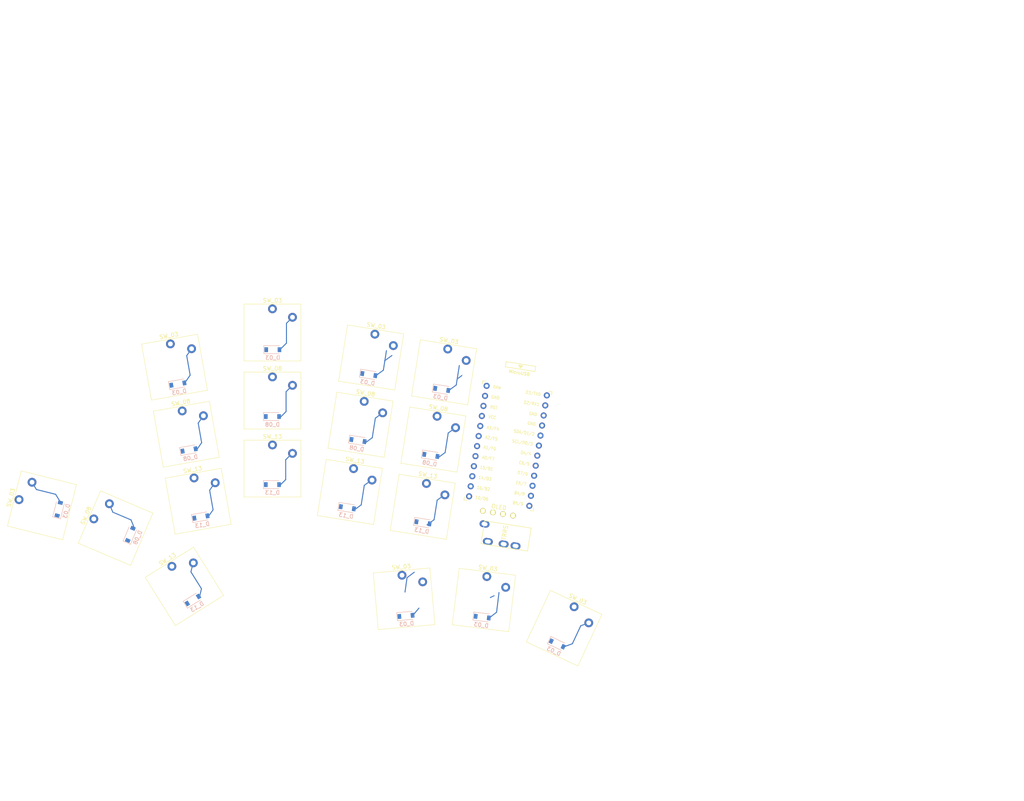
<source format=kicad_pcb>
(kicad_pcb (version 20171130) (host pcbnew "(5.1.12)-1")

  (general
    (thickness 1.6)
    (drawings 2)
    (tracks 62)
    (zones 0)
    (modules 39)
    (nets 1)
  )

  (page A4)
  (layers
    (0 F.Cu signal)
    (31 B.Cu signal)
    (32 B.Adhes user)
    (33 F.Adhes user)
    (34 B.Paste user)
    (35 F.Paste user)
    (36 B.SilkS user)
    (37 F.SilkS user)
    (38 B.Mask user)
    (39 F.Mask user)
    (40 Dwgs.User user)
    (41 Cmts.User user)
    (42 Eco1.User user)
    (43 Eco2.User user)
    (44 Edge.Cuts user)
    (45 Margin user)
    (46 B.CrtYd user)
    (47 F.CrtYd user)
    (48 B.Fab user)
    (49 F.Fab user)
  )

  (setup
    (last_trace_width 0.25)
    (trace_clearance 0.2)
    (zone_clearance 0.508)
    (zone_45_only no)
    (trace_min 0.2)
    (via_size 0.8)
    (via_drill 0.4)
    (via_min_size 0.4)
    (via_min_drill 0.3)
    (uvia_size 0.3)
    (uvia_drill 0.1)
    (uvias_allowed no)
    (uvia_min_size 0.2)
    (uvia_min_drill 0.1)
    (edge_width 0.05)
    (segment_width 0.2)
    (pcb_text_width 0.3)
    (pcb_text_size 1.5 1.5)
    (mod_edge_width 0.12)
    (mod_text_size 1 1)
    (mod_text_width 0.15)
    (pad_size 0.9 1.2)
    (pad_drill 0)
    (pad_to_mask_clearance 0)
    (aux_axis_origin 0 0)
    (visible_elements 7FFFFFFF)
    (pcbplotparams
      (layerselection 0x010fc_ffffffff)
      (usegerberextensions false)
      (usegerberattributes true)
      (usegerberadvancedattributes true)
      (creategerberjobfile true)
      (excludeedgelayer true)
      (linewidth 0.100000)
      (plotframeref false)
      (viasonmask false)
      (mode 1)
      (useauxorigin false)
      (hpglpennumber 1)
      (hpglpenspeed 20)
      (hpglpendiameter 15.000000)
      (psnegative false)
      (psa4output false)
      (plotreference true)
      (plotvalue true)
      (plotinvisibletext false)
      (padsonsilk false)
      (subtractmaskfromsilk false)
      (outputformat 1)
      (mirror false)
      (drillshape 1)
      (scaleselection 1)
      (outputdirectory ""))
  )

  (net 0 "")

  (net_class Default "This is the default net class."
    (clearance 0.2)
    (trace_width 0.25)
    (via_dia 0.8)
    (via_drill 0.4)
    (uvia_dia 0.3)
    (uvia_drill 0.1)
  )

  (module kbd:MJ-4PP-9_1side (layer F.Cu) (tedit 5F8C8304) (tstamp 61B2A95C)
    (at -22.543727 34.760519 261)
    (fp_text reference J1 (at -0.85 4.95 81) (layer F.Fab)
      (effects (font (size 1 1) (thickness 0.15)))
    )
    (fp_text value MJ-4PP-9 (at 0 14 81) (layer F.Fab) hide
      (effects (font (size 1 1) (thickness 0.15)))
    )
    (fp_line (start -2.9 11.9) (end -2.9 0.15) (layer F.SilkS) (width 0.15))
    (fp_line (start 2.9 11.9) (end -2.9 11.9) (layer F.SilkS) (width 0.15))
    (fp_line (start 2.9 0.15) (end 2.9 11.9) (layer F.SilkS) (width 0.15))
    (fp_line (start -2.9 0.15) (end 2.9 0.15) (layer F.SilkS) (width 0.15))
    (fp_text user TRRS (at -0.75 6.45 81) (layer F.SilkS)
      (effects (font (size 1 1) (thickness 0.15)))
    )
    (pad "" np_thru_hole circle (at 0 1.5 261) (size 1.2 1.2) (drill 1.2) (layers *.Cu *.Mask))
    (pad "" np_thru_hole circle (at 0 8.5 261) (size 1.2 1.2) (drill 1.2) (layers *.Cu *.Mask))
    (pad B thru_hole oval (at 2.1 3.3 261) (size 1.7 2.5) (drill oval 1 1.5) (layers *.Cu B.Mask))
    (pad C thru_hole oval (at 2.1 6.3 261) (size 1.7 2.5) (drill oval 1 1.5) (layers *.Cu B.Mask))
    (pad D thru_hole oval (at 2.1 10.3 261) (size 1.7 2.5) (drill oval 1 1.5) (layers *.Cu B.Mask)
      (clearance 0.15))
    (pad A thru_hole oval (at -2.1 11.8 261) (size 1.7 2.5) (drill oval 1 1.5) (layers *.Cu B.Mask)
      (clearance 0.15))
    (model /Users/foostan/src/github.com/foostan/kbd/kicad-packages3D/kbd.3dshapes/PJ320A.step
      (offset (xyz 0 -8.5 0))
      (scale (xyz 1 1 1))
      (rotate (xyz 0 0 0))
    )
  )

  (module kbd:OLED_v2 (layer F.Cu) (tedit 5ED5CC49) (tstamp 61B2A716)
    (at -30.52567 28.152818 351)
    (descr "Connecteur 6 pins")
    (tags "CONN DEV")
    (fp_text reference J3 (at 2.45 2.25 351) (layer F.Fab)
      (effects (font (size 0.8128 0.8128) (thickness 0.15)))
    )
    (fp_text value OLED (at 0 2.25 171) (layer F.SilkS) hide
      (effects (font (size 0.8128 0.8128) (thickness 0.15)))
    )
    (fp_line (start -6 1.27) (end 6 1.27) (layer Dwgs.User) (width 0.12))
    (fp_line (start -6 1.27) (end -6 -36.73) (layer Dwgs.User) (width 0.12))
    (fp_line (start -6 -36.73) (end 6 -36.73) (layer Dwgs.User) (width 0.12))
    (fp_line (start 6 -36.73) (end 6 1.27) (layer Dwgs.User) (width 0.12))
    (fp_text user OLED (at 0 -1.55 171) (layer F.SilkS)
      (effects (font (size 1 1) (thickness 0.15)))
    )
    (pad 1 thru_hole circle (at -3.81 0 351) (size 1.397 1.397) (drill 0.8128) (layers *.Cu F.SilkS B.Mask))
    (pad 2 thru_hole circle (at -1.27 0 351) (size 1.397 1.397) (drill 0.8128) (layers *.Cu F.SilkS B.Mask))
    (pad 3 thru_hole circle (at 1.27 0 351) (size 1.397 1.397) (drill 0.8128) (layers *.Cu F.SilkS B.Mask))
    (pad 4 thru_hole circle (at 3.81 0 351) (size 1.397 1.397) (drill 0.8128) (layers *.Cu F.SilkS B.Mask))
  )

  (module kbd:ProMicro_v3 (layer F.Cu) (tedit 5F85C4CB) (tstamp 61B2A3FB)
    (at -28.100456 11.822376 351)
    (fp_text reference U1 (at 0 -5 261) (layer F.SilkS) hide
      (effects (font (size 1 1) (thickness 0.15)))
    )
    (fp_text value ProMicro_r (at -0.1 0.05 81) (layer F.Fab) hide
      (effects (font (size 1 1) (thickness 0.15)))
    )
    (fp_line (start 8.75 14.6) (end 7.89 14.6) (layer F.SilkS) (width 0.15))
    (fp_line (start -8.75 14.6) (end -7.9 14.6) (layer F.SilkS) (width 0.15))
    (fp_line (start 8.75 13.75) (end 8.75 14.6) (layer F.SilkS) (width 0.15))
    (fp_line (start -8.75 13.7) (end -8.75 14.6) (layer F.SilkS) (width 0.15))
    (fp_line (start 8.75 -15.6) (end 7.95 -15.6) (layer F.SilkS) (width 0.15))
    (fp_line (start -8.75 -15.6) (end -7.9 -15.6) (layer F.SilkS) (width 0.15))
    (fp_line (start 8.75 -15.6) (end 8.75 -14.75) (layer F.SilkS) (width 0.15))
    (fp_line (start -8.75 -15.6) (end -8.75 -14.75) (layer F.SilkS) (width 0.15))
    (fp_line (start -8.9 14.75) (end -8.9 -18.3) (layer F.Fab) (width 0.15))
    (fp_line (start 8.9 14.75) (end -8.9 14.75) (layer F.Fab) (width 0.15))
    (fp_line (start 8.9 -18.3) (end 8.9 14.75) (layer F.Fab) (width 0.15))
    (fp_line (start -8.9 -18.3) (end -3.75 -18.3) (layer F.Fab) (width 0.15))
    (fp_line (start -3.75 -19.6) (end 3.75 -19.6) (layer F.Fab) (width 0.15))
    (fp_line (start 3.75 -19.6) (end 3.75 -18.3) (layer F.Fab) (width 0.15))
    (fp_line (start -3.75 -19.6) (end -3.75 -18.299039) (layer F.Fab) (width 0.15))
    (fp_line (start -3.75 -18.3) (end 3.75 -18.3) (layer F.Fab) (width 0.15))
    (fp_line (start 3.76 -18.3) (end 8.9 -18.3) (layer F.Fab) (width 0.15))
    (fp_line (start -3.75 -21.2) (end -3.75 -19.9) (layer F.SilkS) (width 0.15))
    (fp_line (start -3.75 -19.9) (end 3.75 -19.9) (layer F.SilkS) (width 0.15))
    (fp_line (start 3.75 -19.9) (end 3.75 -21.2) (layer F.SilkS) (width 0.15))
    (fp_line (start 3.75 -21.2) (end -3.75 -21.2) (layer F.SilkS) (width 0.15))
    (fp_line (start -0.5 -20.85) (end 0.5 -20.85) (layer F.SilkS) (width 0.15))
    (fp_line (start 0.5 -20.85) (end 0 -20.2) (layer F.SilkS) (width 0.15))
    (fp_line (start 0 -20.2) (end -0.5 -20.85) (layer F.SilkS) (width 0.15))
    (fp_line (start -0.35 -20.7) (end 0.35 -20.7) (layer F.SilkS) (width 0.15))
    (fp_line (start -0.25 -20.55) (end 0.25 -20.55) (layer F.SilkS) (width 0.15))
    (fp_line (start -0.15 -20.4) (end 0.15 -20.4) (layer F.SilkS) (width 0.15))
    (fp_text user MicroUSB (at -0.05 -18.95 171) (layer F.SilkS)
      (effects (font (size 0.75 0.75) (thickness 0.12)))
    )
    (fp_text user MicroUSB (at -0.05 -18.95 171) (layer F.SilkS)
      (effects (font (size 0.75 0.75) (thickness 0.12)))
    )
    (fp_text user B4/8 (at 4.705 10.8 351 unlocked) (layer F.SilkS)
      (effects (font (size 0.75 0.67) (thickness 0.125)))
    )
    (fp_text user D2/RX1 (at 4.155 -11.9 351 unlocked) (layer F.SilkS)
      (effects (font (size 0.75 0.67) (thickness 0.125)))
    )
    (fp_text user B5/9 (at 4.705 13.3 351 unlocked) (layer F.SilkS)
      (effects (font (size 0.75 0.67) (thickness 0.125)))
    )
    (fp_text user C6/5 (at 4.705 3.15 351 unlocked) (layer F.SilkS)
      (effects (font (size 0.75 0.67) (thickness 0.125)))
    )
    (fp_text user SCL/D0/3 (at 3.455 -1.9 351 unlocked) (layer F.SilkS)
      (effects (font (size 0.75 0.67) (thickness 0.125)))
    )
    (fp_text user SDA/D1/2 (at 3.455 -4.4 351 unlocked) (layer F.SilkS)
      (effects (font (size 0.75 0.67) (thickness 0.125)))
    )
    (fp_text user D4/4 (at 4.705 0.6 351 unlocked) (layer F.SilkS)
      (effects (font (size 0.75 0.67) (thickness 0.125)))
    )
    (fp_text user D3/TX0 (at 4.155 -14.45 351 unlocked) (layer F.SilkS)
      (effects (font (size 0.75 0.67) (thickness 0.125)))
    )
    (fp_text user GND (at 4.955 -6.9 351 unlocked) (layer F.SilkS)
      (effects (font (size 0.75 0.67) (thickness 0.125)))
    )
    (fp_text user GND (at 4.955 -9.35 351 unlocked) (layer F.SilkS)
      (effects (font (size 0.75 0.67) (thickness 0.125)))
    )
    (fp_text user D7/6 (at 4.705 5.7 351 unlocked) (layer F.SilkS)
      (effects (font (size 0.75 0.67) (thickness 0.125)))
    )
    (fp_text user E6/7 (at 4.705 8.25 351 unlocked) (layer F.SilkS)
      (effects (font (size 0.75 0.67) (thickness 0.125)))
    )
    (fp_text user 16/B2 (at -4.395 10.95 351 unlocked) (layer F.SilkS)
      (effects (font (size 0.75 0.67) (thickness 0.125)))
    )
    (fp_text user 10/B6 (at -4.395 13.45 351 unlocked) (layer F.SilkS)
      (effects (font (size 0.75 0.67) (thickness 0.125)))
    )
    (fp_text user 14/B3 (at -4.395 8.4 351 unlocked) (layer F.SilkS)
      (effects (font (size 0.75 0.67) (thickness 0.125)))
    )
    (fp_text user 15/B1 (at -4.395 5.85 351 unlocked) (layer F.SilkS)
      (effects (font (size 0.75 0.67) (thickness 0.125)))
    )
    (fp_text user A0/F7 (at -4.395 3.3 351 unlocked) (layer F.SilkS)
      (effects (font (size 0.75 0.67) (thickness 0.125)))
    )
    (fp_text user A1/F6 (at -4.395 0.75 351 unlocked) (layer F.SilkS)
      (effects (font (size 0.75 0.67) (thickness 0.125)))
    )
    (fp_text user A2/F5 (at -4.395 -1.75 351 unlocked) (layer F.SilkS)
      (effects (font (size 0.75 0.67) (thickness 0.125)))
    )
    (fp_text user A3/F4 (at -4.395 -4.25 351 unlocked) (layer F.SilkS)
      (effects (font (size 0.75 0.67) (thickness 0.125)))
    )
    (fp_text user VCC (at -4.995 -6.95 351 unlocked) (layer F.SilkS)
      (effects (font (size 0.75 0.67) (thickness 0.125)))
    )
    (fp_text user RST (at -4.995 -9.4 351 unlocked) (layer F.SilkS)
      (effects (font (size 0.75 0.67) (thickness 0.125)))
    )
    (fp_text user GND (at -4.995 -11.95 351 unlocked) (layer F.SilkS)
      (effects (font (size 0.75 0.67) (thickness 0.125)))
    )
    (fp_text user RAW (at -4.995 -14.5 351 unlocked) (layer F.SilkS)
      (effects (font (size 0.75 0.67) (thickness 0.125)))
    )
    (pad 1 thru_hole circle (at 7.6114 -14.478 351) (size 1.524 1.524) (drill 0.8128) (layers *.Cu B.Mask))
    (pad 2 thru_hole circle (at 7.6114 -11.938 351) (size 1.524 1.524) (drill 0.8128) (layers *.Cu B.Mask))
    (pad 3 thru_hole circle (at 7.6114 -9.398 351) (size 1.524 1.524) (drill 0.8128) (layers *.Cu B.Mask))
    (pad 4 thru_hole circle (at 7.6114 -6.858 351) (size 1.524 1.524) (drill 0.8128) (layers *.Cu B.Mask))
    (pad 5 thru_hole circle (at 7.6114 -4.318 351) (size 1.524 1.524) (drill 0.8128) (layers *.Cu B.Mask))
    (pad 6 thru_hole circle (at 7.6114 -1.778 351) (size 1.524 1.524) (drill 0.8128) (layers *.Cu B.Mask))
    (pad 7 thru_hole circle (at 7.6114 0.762 351) (size 1.524 1.524) (drill 0.8128) (layers *.Cu B.Mask))
    (pad 8 thru_hole circle (at 7.6114 3.302 351) (size 1.524 1.524) (drill 0.8128) (layers *.Cu B.Mask))
    (pad 9 thru_hole circle (at 7.6114 5.842 351) (size 1.524 1.524) (drill 0.8128) (layers *.Cu B.Mask))
    (pad 10 thru_hole circle (at 7.6114 8.382 351) (size 1.524 1.524) (drill 0.8128) (layers *.Cu B.Mask))
    (pad 11 thru_hole circle (at 7.6114 10.922 351) (size 1.524 1.524) (drill 0.8128) (layers *.Cu B.Mask))
    (pad 12 thru_hole circle (at 7.6114 13.462 351) (size 1.524 1.524) (drill 0.8128) (layers *.Cu B.Mask))
    (pad 13 thru_hole circle (at -7.6086 13.462 351) (size 1.524 1.524) (drill 0.8128) (layers *.Cu B.Mask))
    (pad 14 thru_hole circle (at -7.6086 10.922 351) (size 1.524 1.524) (drill 0.8128) (layers *.Cu B.Mask))
    (pad 15 thru_hole circle (at -7.6086 8.382 351) (size 1.524 1.524) (drill 0.8128) (layers *.Cu B.Mask))
    (pad 16 thru_hole circle (at -7.6086 5.842 351) (size 1.524 1.524) (drill 0.8128) (layers *.Cu B.Mask))
    (pad 17 thru_hole circle (at -7.6086 3.302 351) (size 1.524 1.524) (drill 0.8128) (layers *.Cu B.Mask))
    (pad 18 thru_hole circle (at -7.6086 0.762 351) (size 1.524 1.524) (drill 0.8128) (layers *.Cu B.Mask))
    (pad 19 thru_hole circle (at -7.6086 -1.778 351) (size 1.524 1.524) (drill 0.8128) (layers *.Cu B.Mask))
    (pad 20 thru_hole circle (at -7.6086 -4.318 351) (size 1.524 1.524) (drill 0.8128) (layers *.Cu B.Mask))
    (pad 21 thru_hole circle (at -7.6086 -6.858 351) (size 1.524 1.524) (drill 0.8128) (layers *.Cu B.Mask))
    (pad 22 thru_hole circle (at -7.6086 -9.398 351) (size 1.524 1.524) (drill 0.8128) (layers *.Cu B.Mask))
    (pad 23 thru_hole circle (at -7.6086 -11.938 351) (size 1.524 1.524) (drill 0.8128) (layers *.Cu B.Mask))
    (pad 24 thru_hole circle (at -7.6086 -14.478 351) (size 1.524 1.524) (drill 0.8128) (layers *.Cu B.Mask))
    (model /Users/foostan/src/github.com/foostan/kbd/kicad-packages3D/kbd.3dshapes/ProMicro.step
      (offset (xyz 0 1.8 2.5))
      (scale (xyz 1 1 1))
      (rotate (xyz 0 180 0))
    )
  )

  (module Switch_Keyboard_Kailh:SW_Kailh_Choc_V1_1.00u (layer F.Cu) (tedit 602D6D24) (tstamp 61B2B9E8)
    (at -34.018611 49.821736 353)
    (descr "Kailh Choc V1 keyswitch, http://www.kailh.com/en/Products/Ks/CS/")
    (tags "Kailh Choc V1 Keyswitch Switch 1.00u")
    (fp_text reference SW_03 (at 0 -8 173) (layer F.SilkS)
      (effects (font (size 1 1) (thickness 0.15)))
    )
    (fp_text value CHOC_V1 (at 0 8 173) (layer F.Fab)
      (effects (font (size 1 1) (thickness 0.15)))
    )
    (fp_text user %R (at 0 0 173) (layer F.Fab)
      (effects (font (size 1 1) (thickness 0.15)))
    )
    (fp_line (start -7 -7) (end -7 7) (layer F.Fab) (width 0.1))
    (fp_line (start -7 7) (end 7 7) (layer F.Fab) (width 0.1))
    (fp_line (start 7 7) (end 7 -7) (layer F.Fab) (width 0.1))
    (fp_line (start 7 -7) (end -7 -7) (layer F.Fab) (width 0.1))
    (fp_line (start -7.1 -7.1) (end -7.1 7.1) (layer F.SilkS) (width 0.12))
    (fp_line (start -7.1 7.1) (end 7.1 7.1) (layer F.SilkS) (width 0.12))
    (fp_line (start 7.1 7.1) (end 7.1 -7.1) (layer F.SilkS) (width 0.12))
    (fp_line (start 7.1 -7.1) (end -7.1 -7.1) (layer F.SilkS) (width 0.12))
    (fp_line (start -7.25 -7.25) (end -7.25 7.25) (layer F.CrtYd) (width 0.05))
    (fp_line (start -7.25 7.25) (end 7.25 7.25) (layer F.CrtYd) (width 0.05))
    (fp_line (start 7.25 7.25) (end 7.25 -7.25) (layer F.CrtYd) (width 0.05))
    (fp_line (start 7.25 -7.25) (end -7.25 -7.25) (layer F.CrtYd) (width 0.05))
    (fp_line (start -9 -8.5) (end -9 8.5) (layer Dwgs.User) (width 0.1))
    (fp_line (start -9 8.5) (end 9 8.5) (layer Dwgs.User) (width 0.1))
    (fp_line (start 9 8.5) (end 9 -8.5) (layer Dwgs.User) (width 0.1))
    (fp_line (start 9 -8.5) (end -9 -8.5) (layer Dwgs.User) (width 0.1))
    (pad 1 thru_hole circle (at 0 -5.9 353) (size 2.2 2.2) (drill 1.2) (layers *.Cu B.Mask))
    (pad 2 thru_hole circle (at 5 -3.8 353) (size 2.2 2.2) (drill 1.2) (layers *.Cu B.Mask))
    (pad "" np_thru_hole circle (at 0 0 353) (size 3.2 3.2) (drill 3.2) (layers *.Cu *.Mask))
    (pad "" np_thru_hole circle (at -5.5 0 353) (size 1.8 1.8) (drill 1.8) (layers *.Cu *.Mask))
    (pad "" np_thru_hole circle (at 5.5 0 353) (size 1.8 1.8) (drill 1.8) (layers *.Cu *.Mask))
    (pad "" np_thru_hole circle (at -5.22 4.2 353) (size 1.2 1.2) (drill 1.2) (layers *.Cu *.Mask))
    (model ${KEYSWITCH_LIB_3D}/Switch_Keyboard_Kailh.3dshapes/SW_Kailh_Choc_V1.wrl
      (at (xyz 0 0 0))
      (scale (xyz 1 1 1))
      (rotate (xyz 0 0 0))
    )
  )

  (module Diode_SMD:D_SOD-123 (layer B.Cu) (tedit 61B1F919) (tstamp 61B2B99E)
    (at -34.443394 54.101872 353)
    (descr SOD-123)
    (tags SOD-123)
    (attr smd)
    (fp_text reference D_03 (at 0 2 173) (layer B.SilkS)
      (effects (font (size 1 1) (thickness 0.15)) (justify mirror))
    )
    (fp_text value 1N4148 (at 0 -2.1 173) (layer B.Fab)
      (effects (font (size 1 1) (thickness 0.15)) (justify mirror))
    )
    (fp_text user %R (at 0 2 173) (layer B.Fab)
      (effects (font (size 1 1) (thickness 0.15)) (justify mirror))
    )
    (fp_line (start -2.25 1) (end -2.25 -1) (layer B.SilkS) (width 0.12))
    (fp_line (start 0.25 0) (end 0.75 0) (layer B.Fab) (width 0.1))
    (fp_line (start 0.25 -0.4) (end -0.35 0) (layer B.Fab) (width 0.1))
    (fp_line (start 0.25 0.4) (end 0.25 -0.4) (layer B.Fab) (width 0.1))
    (fp_line (start -0.35 0) (end 0.25 0.4) (layer B.Fab) (width 0.1))
    (fp_line (start -0.35 0) (end -0.35 -0.55) (layer B.Fab) (width 0.1))
    (fp_line (start -0.35 0) (end -0.35 0.55) (layer B.Fab) (width 0.1))
    (fp_line (start -0.75 0) (end -0.35 0) (layer B.Fab) (width 0.1))
    (fp_line (start -1.4 -0.9) (end -1.4 0.9) (layer B.Fab) (width 0.1))
    (fp_line (start 1.4 -0.9) (end -1.4 -0.9) (layer B.Fab) (width 0.1))
    (fp_line (start 1.4 0.9) (end 1.4 -0.9) (layer B.Fab) (width 0.1))
    (fp_line (start -1.4 0.9) (end 1.4 0.9) (layer B.Fab) (width 0.1))
    (fp_line (start -2.35 1.15) (end 2.35 1.15) (layer B.CrtYd) (width 0.05))
    (fp_line (start 2.35 1.15) (end 2.35 -1.15) (layer B.CrtYd) (width 0.05))
    (fp_line (start 2.35 -1.15) (end -2.35 -1.15) (layer B.CrtYd) (width 0.05))
    (fp_line (start -2.35 1.15) (end -2.35 -1.15) (layer B.CrtYd) (width 0.05))
    (fp_line (start -2.25 -1) (end 1.65 -1) (layer B.SilkS) (width 0.12))
    (fp_line (start -2.25 1) (end 1.65 1) (layer B.SilkS) (width 0.12))
    (pad 1 smd rect (at -1.65 0 353) (size 0.9 1.2) (layers B.Cu B.Paste B.Mask))
    (pad 2 smd rect (at 1.65 0 353) (size 0.9 1.2) (layers B.Cu B.Paste B.Mask))
    (model ${KISYS3DMOD}/Diode_SMD.3dshapes/D_SOD-123.wrl
      (at (xyz 0 0 0))
      (scale (xyz 1 1 1))
      (rotate (xyz 0 0 0))
    )
  )

  (module Switch_Keyboard_Kailh:SW_Kailh_Choc_V1_1.00u (layer F.Cu) (tedit 602D6D24) (tstamp 61B2BACC)
    (at -53.961394 49.514561 5)
    (descr "Kailh Choc V1 keyswitch, http://www.kailh.com/en/Products/Ks/CS/")
    (tags "Kailh Choc V1 Keyswitch Switch 1.00u")
    (fp_text reference SW_03 (at 0 -8 5) (layer F.SilkS)
      (effects (font (size 1 1) (thickness 0.15)))
    )
    (fp_text value CHOC_V1 (at 0 8 5) (layer F.Fab)
      (effects (font (size 1 1) (thickness 0.15)))
    )
    (fp_line (start 9 -8.5) (end -9 -8.5) (layer Dwgs.User) (width 0.1))
    (fp_line (start 9 8.5) (end 9 -8.5) (layer Dwgs.User) (width 0.1))
    (fp_line (start -9 8.5) (end 9 8.5) (layer Dwgs.User) (width 0.1))
    (fp_line (start -9 -8.5) (end -9 8.5) (layer Dwgs.User) (width 0.1))
    (fp_line (start 7.25 -7.25) (end -7.25 -7.25) (layer F.CrtYd) (width 0.05))
    (fp_line (start 7.25 7.25) (end 7.25 -7.25) (layer F.CrtYd) (width 0.05))
    (fp_line (start -7.25 7.25) (end 7.25 7.25) (layer F.CrtYd) (width 0.05))
    (fp_line (start -7.25 -7.25) (end -7.25 7.25) (layer F.CrtYd) (width 0.05))
    (fp_line (start 7.1 -7.1) (end -7.1 -7.1) (layer F.SilkS) (width 0.12))
    (fp_line (start 7.1 7.1) (end 7.1 -7.1) (layer F.SilkS) (width 0.12))
    (fp_line (start -7.1 7.1) (end 7.1 7.1) (layer F.SilkS) (width 0.12))
    (fp_line (start -7.1 -7.1) (end -7.1 7.1) (layer F.SilkS) (width 0.12))
    (fp_line (start 7 -7) (end -7 -7) (layer F.Fab) (width 0.1))
    (fp_line (start 7 7) (end 7 -7) (layer F.Fab) (width 0.1))
    (fp_line (start -7 7) (end 7 7) (layer F.Fab) (width 0.1))
    (fp_line (start -7 -7) (end -7 7) (layer F.Fab) (width 0.1))
    (fp_text user %R (at 0 0 5) (layer F.Fab)
      (effects (font (size 1 1) (thickness 0.15)))
    )
    (pad "" np_thru_hole circle (at -5.22 4.2 5) (size 1.2 1.2) (drill 1.2) (layers *.Cu *.Mask))
    (pad "" np_thru_hole circle (at 5.5 0 5) (size 1.8 1.8) (drill 1.8) (layers *.Cu *.Mask))
    (pad "" np_thru_hole circle (at -5.5 0 5) (size 1.8 1.8) (drill 1.8) (layers *.Cu *.Mask))
    (pad "" np_thru_hole circle (at 0 0 5) (size 3.2 3.2) (drill 3.2) (layers *.Cu *.Mask))
    (pad 2 thru_hole circle (at 5 -3.8 5) (size 2.2 2.2) (drill 1.2) (layers *.Cu B.Mask))
    (pad 1 thru_hole circle (at 0 -5.9 5) (size 2.2 2.2) (drill 1.2) (layers *.Cu B.Mask))
    (model ${KEYSWITCH_LIB_3D}/Switch_Keyboard_Kailh.3dshapes/SW_Kailh_Choc_V1.wrl
      (at (xyz 0 0 0))
      (scale (xyz 1 1 1))
      (rotate (xyz 0 0 0))
    )
  )

  (module Diode_SMD:D_SOD-123 (layer B.Cu) (tedit 61B1F919) (tstamp 61B2BB18)
    (at -53.487005 53.789483 5)
    (descr SOD-123)
    (tags SOD-123)
    (attr smd)
    (fp_text reference D_03 (at 0 2 5) (layer B.SilkS)
      (effects (font (size 1 1) (thickness 0.15)) (justify mirror))
    )
    (fp_text value 1N4148 (at 0 -2.1 5) (layer B.Fab)
      (effects (font (size 1 1) (thickness 0.15)) (justify mirror))
    )
    (fp_line (start -2.25 1) (end 1.65 1) (layer B.SilkS) (width 0.12))
    (fp_line (start -2.25 -1) (end 1.65 -1) (layer B.SilkS) (width 0.12))
    (fp_line (start -2.35 1.15) (end -2.35 -1.15) (layer B.CrtYd) (width 0.05))
    (fp_line (start 2.35 -1.15) (end -2.35 -1.15) (layer B.CrtYd) (width 0.05))
    (fp_line (start 2.35 1.15) (end 2.35 -1.15) (layer B.CrtYd) (width 0.05))
    (fp_line (start -2.35 1.15) (end 2.35 1.15) (layer B.CrtYd) (width 0.05))
    (fp_line (start -1.4 0.9) (end 1.4 0.9) (layer B.Fab) (width 0.1))
    (fp_line (start 1.4 0.9) (end 1.4 -0.9) (layer B.Fab) (width 0.1))
    (fp_line (start 1.4 -0.9) (end -1.4 -0.9) (layer B.Fab) (width 0.1))
    (fp_line (start -1.4 -0.9) (end -1.4 0.9) (layer B.Fab) (width 0.1))
    (fp_line (start -0.75 0) (end -0.35 0) (layer B.Fab) (width 0.1))
    (fp_line (start -0.35 0) (end -0.35 0.55) (layer B.Fab) (width 0.1))
    (fp_line (start -0.35 0) (end -0.35 -0.55) (layer B.Fab) (width 0.1))
    (fp_line (start -0.35 0) (end 0.25 0.4) (layer B.Fab) (width 0.1))
    (fp_line (start 0.25 0.4) (end 0.25 -0.4) (layer B.Fab) (width 0.1))
    (fp_line (start 0.25 -0.4) (end -0.35 0) (layer B.Fab) (width 0.1))
    (fp_line (start 0.25 0) (end 0.75 0) (layer B.Fab) (width 0.1))
    (fp_line (start -2.25 1) (end -2.25 -1) (layer B.SilkS) (width 0.12))
    (fp_text user %R (at 0 2 5) (layer B.Fab)
      (effects (font (size 1 1) (thickness 0.15)) (justify mirror))
    )
    (pad 2 smd rect (at 1.65 0 5) (size 0.9 1.2) (layers B.Cu B.Paste B.Mask))
    (pad 1 smd rect (at -1.65 0 5) (size 0.9 1.2) (layers B.Cu B.Paste B.Mask))
    (model ${KISYS3DMOD}/Diode_SMD.3dshapes/D_SOD-123.wrl
      (at (xyz 0 0 0))
      (scale (xyz 1 1 1))
      (rotate (xyz 0 0 0))
    )
  )

  (module Diode_SMD:D_SOD-123 (layer B.Cu) (tedit 61B1F919) (tstamp 61B2BA82)
    (at -15.723021 60.803946 335)
    (descr SOD-123)
    (tags SOD-123)
    (attr smd)
    (fp_text reference D_03 (at 0 2 155) (layer B.SilkS)
      (effects (font (size 1 1) (thickness 0.15)) (justify mirror))
    )
    (fp_text value 1N4148 (at 0 -2.1 155) (layer B.Fab)
      (effects (font (size 1 1) (thickness 0.15)) (justify mirror))
    )
    (fp_text user %R (at 0 2 155) (layer B.Fab)
      (effects (font (size 1 1) (thickness 0.15)) (justify mirror))
    )
    (fp_line (start -2.25 1) (end -2.25 -1) (layer B.SilkS) (width 0.12))
    (fp_line (start 0.25 0) (end 0.75 0) (layer B.Fab) (width 0.1))
    (fp_line (start 0.25 -0.4) (end -0.35 0) (layer B.Fab) (width 0.1))
    (fp_line (start 0.25 0.4) (end 0.25 -0.4) (layer B.Fab) (width 0.1))
    (fp_line (start -0.35 0) (end 0.25 0.4) (layer B.Fab) (width 0.1))
    (fp_line (start -0.35 0) (end -0.35 -0.55) (layer B.Fab) (width 0.1))
    (fp_line (start -0.35 0) (end -0.35 0.55) (layer B.Fab) (width 0.1))
    (fp_line (start -0.75 0) (end -0.35 0) (layer B.Fab) (width 0.1))
    (fp_line (start -1.4 -0.9) (end -1.4 0.9) (layer B.Fab) (width 0.1))
    (fp_line (start 1.4 -0.9) (end -1.4 -0.9) (layer B.Fab) (width 0.1))
    (fp_line (start 1.4 0.9) (end 1.4 -0.9) (layer B.Fab) (width 0.1))
    (fp_line (start -1.4 0.9) (end 1.4 0.9) (layer B.Fab) (width 0.1))
    (fp_line (start -2.35 1.15) (end 2.35 1.15) (layer B.CrtYd) (width 0.05))
    (fp_line (start 2.35 1.15) (end 2.35 -1.15) (layer B.CrtYd) (width 0.05))
    (fp_line (start 2.35 -1.15) (end -2.35 -1.15) (layer B.CrtYd) (width 0.05))
    (fp_line (start -2.35 1.15) (end -2.35 -1.15) (layer B.CrtYd) (width 0.05))
    (fp_line (start -2.25 -1) (end 1.65 -1) (layer B.SilkS) (width 0.12))
    (fp_line (start -2.25 1) (end 1.65 1) (layer B.SilkS) (width 0.12))
    (pad 1 smd rect (at -1.65 0 335) (size 0.9 1.2) (layers B.Cu B.Paste B.Mask))
    (pad 2 smd rect (at 1.65 0 335) (size 0.9 1.2) (layers B.Cu B.Paste B.Mask))
    (model ${KISYS3DMOD}/Diode_SMD.3dshapes/D_SOD-123.wrl
      (at (xyz 0 0 0))
      (scale (xyz 1 1 1))
      (rotate (xyz 0 0 0))
    )
  )

  (module Switch_Keyboard_Kailh:SW_Kailh_Choc_V1_1.00u (layer F.Cu) (tedit 602D6D24) (tstamp 61B2BA36)
    (at -13.996394 56.864561 335)
    (descr "Kailh Choc V1 keyswitch, http://www.kailh.com/en/Products/Ks/CS/")
    (tags "Kailh Choc V1 Keyswitch Switch 1.00u")
    (fp_text reference SW_03 (at 0 -8 155) (layer F.SilkS)
      (effects (font (size 1 1) (thickness 0.15)))
    )
    (fp_text value CHOC_V1 (at 0 8 155) (layer F.Fab)
      (effects (font (size 1 1) (thickness 0.15)))
    )
    (fp_text user %R (at 0 0 155) (layer F.Fab)
      (effects (font (size 1 1) (thickness 0.15)))
    )
    (fp_line (start -7 -7) (end -7 7) (layer F.Fab) (width 0.1))
    (fp_line (start -7 7) (end 7 7) (layer F.Fab) (width 0.1))
    (fp_line (start 7 7) (end 7 -7) (layer F.Fab) (width 0.1))
    (fp_line (start 7 -7) (end -7 -7) (layer F.Fab) (width 0.1))
    (fp_line (start -7.1 -7.1) (end -7.1 7.1) (layer F.SilkS) (width 0.12))
    (fp_line (start -7.1 7.1) (end 7.1 7.1) (layer F.SilkS) (width 0.12))
    (fp_line (start 7.1 7.1) (end 7.1 -7.1) (layer F.SilkS) (width 0.12))
    (fp_line (start 7.1 -7.1) (end -7.1 -7.1) (layer F.SilkS) (width 0.12))
    (fp_line (start -7.25 -7.25) (end -7.25 7.25) (layer F.CrtYd) (width 0.05))
    (fp_line (start -7.25 7.25) (end 7.25 7.25) (layer F.CrtYd) (width 0.05))
    (fp_line (start 7.25 7.25) (end 7.25 -7.25) (layer F.CrtYd) (width 0.05))
    (fp_line (start 7.25 -7.25) (end -7.25 -7.25) (layer F.CrtYd) (width 0.05))
    (fp_line (start -9 -8.5) (end -9 8.5) (layer Dwgs.User) (width 0.1))
    (fp_line (start -9 8.5) (end 9 8.5) (layer Dwgs.User) (width 0.1))
    (fp_line (start 9 8.5) (end 9 -8.5) (layer Dwgs.User) (width 0.1))
    (fp_line (start 9 -8.5) (end -9 -8.5) (layer Dwgs.User) (width 0.1))
    (pad 1 thru_hole circle (at 0 -5.9 335) (size 2.2 2.2) (drill 1.2) (layers *.Cu B.Mask))
    (pad 2 thru_hole circle (at 5 -3.8 335) (size 2.2 2.2) (drill 1.2) (layers *.Cu B.Mask))
    (pad "" np_thru_hole circle (at 0 0 335) (size 3.2 3.2) (drill 3.2) (layers *.Cu *.Mask))
    (pad "" np_thru_hole circle (at -5.5 0 335) (size 1.8 1.8) (drill 1.8) (layers *.Cu *.Mask))
    (pad "" np_thru_hole circle (at 5.5 0 335) (size 1.8 1.8) (drill 1.8) (layers *.Cu *.Mask))
    (pad "" np_thru_hole circle (at -5.22 4.2 335) (size 1.2 1.2) (drill 1.2) (layers *.Cu *.Mask))
    (model ${KEYSWITCH_LIB_3D}/Switch_Keyboard_Kailh.3dshapes/SW_Kailh_Choc_V1.wrl
      (at (xyz 0 0 0))
      (scale (xyz 1 1 1))
      (rotate (xyz 0 0 0))
    )
  )

  (module Switch_Keyboard_Kailh:SW_Kailh_Choc_V1_1.00u (layer F.Cu) (tedit 602D6D24) (tstamp 61B2E9AE)
    (at -125.979947 31.873585 67)
    (descr "Kailh Choc V1 keyswitch, http://www.kailh.com/en/Products/Ks/CS/")
    (tags "Kailh Choc V1 Keyswitch Switch 1.00u")
    (fp_text reference SW_08 (at 0 -8 67) (layer F.SilkS)
      (effects (font (size 1 1) (thickness 0.15)))
    )
    (fp_text value CHOC_V1 (at 0 8 67) (layer F.Fab)
      (effects (font (size 1 1) (thickness 0.15)))
    )
    (fp_text user %R (at 0 0 67) (layer F.Fab)
      (effects (font (size 1 1) (thickness 0.15)))
    )
    (fp_line (start -7 -7) (end -7 7) (layer F.Fab) (width 0.1))
    (fp_line (start -7 7) (end 7 7) (layer F.Fab) (width 0.1))
    (fp_line (start 7 7) (end 7 -7) (layer F.Fab) (width 0.1))
    (fp_line (start 7 -7) (end -7 -7) (layer F.Fab) (width 0.1))
    (fp_line (start -7.1 -7.1) (end -7.1 7.1) (layer F.SilkS) (width 0.12))
    (fp_line (start -7.1 7.1) (end 7.1 7.1) (layer F.SilkS) (width 0.12))
    (fp_line (start 7.1 7.1) (end 7.1 -7.1) (layer F.SilkS) (width 0.12))
    (fp_line (start 7.1 -7.1) (end -7.1 -7.1) (layer F.SilkS) (width 0.12))
    (fp_line (start -7.25 -7.25) (end -7.25 7.25) (layer F.CrtYd) (width 0.05))
    (fp_line (start -7.25 7.25) (end 7.25 7.25) (layer F.CrtYd) (width 0.05))
    (fp_line (start 7.25 7.25) (end 7.25 -7.25) (layer F.CrtYd) (width 0.05))
    (fp_line (start 7.25 -7.25) (end -7.25 -7.25) (layer F.CrtYd) (width 0.05))
    (fp_line (start -9 -8.5) (end -9 8.5) (layer Dwgs.User) (width 0.1))
    (fp_line (start -9 8.5) (end 9 8.5) (layer Dwgs.User) (width 0.1))
    (fp_line (start 9 8.5) (end 9 -8.5) (layer Dwgs.User) (width 0.1))
    (fp_line (start 9 -8.5) (end -9 -8.5) (layer Dwgs.User) (width 0.1))
    (pad 1 thru_hole circle (at 0 -5.9 67) (size 2.2 2.2) (drill 1.2) (layers *.Cu B.Mask))
    (pad 2 thru_hole circle (at 5 -3.8 67) (size 2.2 2.2) (drill 1.2) (layers *.Cu B.Mask))
    (pad "" np_thru_hole circle (at 0 0 67) (size 3.2 3.2) (drill 3.2) (layers *.Cu *.Mask))
    (pad "" np_thru_hole circle (at -5.5 0 67) (size 1.8 1.8) (drill 1.8) (layers *.Cu *.Mask))
    (pad "" np_thru_hole circle (at 5.5 0 67) (size 1.8 1.8) (drill 1.8) (layers *.Cu *.Mask))
    (pad "" np_thru_hole circle (at -5.22 4.2 67) (size 1.2 1.2) (drill 1.2) (layers *.Cu *.Mask))
    (model ${KEYSWITCH_LIB_3D}/Switch_Keyboard_Kailh.3dshapes/SW_Kailh_Choc_V1.wrl
      (at (xyz 0 0 0))
      (scale (xyz 1 1 1))
      (rotate (xyz 0 0 0))
    )
  )

  (module Diode_SMD:D_SOD-123 (layer B.Cu) (tedit 58645DC7) (tstamp 61B2EA48)
    (at -122.297929 33.436509 67)
    (descr SOD-123)
    (tags SOD-123)
    (attr smd)
    (fp_text reference D_08 (at 0 2 67) (layer B.SilkS)
      (effects (font (size 1 1) (thickness 0.15)) (justify mirror))
    )
    (fp_text value 1N4148 (at 0 -2.1 67) (layer B.Fab)
      (effects (font (size 1 1) (thickness 0.15)) (justify mirror))
    )
    (fp_text user %R (at 0 2 67) (layer B.Fab)
      (effects (font (size 1 1) (thickness 0.15)) (justify mirror))
    )
    (fp_line (start -2.25 1) (end -2.25 -1) (layer B.SilkS) (width 0.12))
    (fp_line (start 0.25 0) (end 0.75 0) (layer B.Fab) (width 0.1))
    (fp_line (start 0.25 -0.4) (end -0.35 0) (layer B.Fab) (width 0.1))
    (fp_line (start 0.25 0.4) (end 0.25 -0.4) (layer B.Fab) (width 0.1))
    (fp_line (start -0.35 0) (end 0.25 0.4) (layer B.Fab) (width 0.1))
    (fp_line (start -0.35 0) (end -0.35 -0.55) (layer B.Fab) (width 0.1))
    (fp_line (start -0.35 0) (end -0.35 0.55) (layer B.Fab) (width 0.1))
    (fp_line (start -0.75 0) (end -0.35 0) (layer B.Fab) (width 0.1))
    (fp_line (start -1.4 -0.9) (end -1.4 0.9) (layer B.Fab) (width 0.1))
    (fp_line (start 1.4 -0.9) (end -1.4 -0.9) (layer B.Fab) (width 0.1))
    (fp_line (start 1.4 0.9) (end 1.4 -0.9) (layer B.Fab) (width 0.1))
    (fp_line (start -1.4 0.9) (end 1.4 0.9) (layer B.Fab) (width 0.1))
    (fp_line (start -2.35 1.15) (end 2.35 1.15) (layer B.CrtYd) (width 0.05))
    (fp_line (start 2.35 1.15) (end 2.35 -1.15) (layer B.CrtYd) (width 0.05))
    (fp_line (start 2.35 -1.15) (end -2.35 -1.15) (layer B.CrtYd) (width 0.05))
    (fp_line (start -2.35 1.15) (end -2.35 -1.15) (layer B.CrtYd) (width 0.05))
    (fp_line (start -2.25 -1) (end 1.65 -1) (layer B.SilkS) (width 0.12))
    (fp_line (start -2.25 1) (end 1.65 1) (layer B.SilkS) (width 0.12))
    (pad 1 smd rect (at -1.65 0 67) (size 0.9 1.2) (layers B.Cu B.Paste B.Mask))
    (pad 2 smd rect (at 1.65 0 67) (size 0.9 1.2) (layers B.Cu B.Paste B.Mask))
    (model ${KISYS3DMOD}/Diode_SMD.3dshapes/D_SOD-123.wrl
      (at (xyz 0 0 0))
      (scale (xyz 1 1 1))
      (rotate (xyz 0 0 0))
    )
  )

  (module Switch_Keyboard_Kailh:SW_Kailh_Choc_V1_1.00u (layer F.Cu) (tedit 602D6D24) (tstamp 61B239DE)
    (at -144.35478 26.179542 76)
    (descr "Kailh Choc V1 keyswitch, http://www.kailh.com/en/Products/Ks/CS/")
    (tags "Kailh Choc V1 Keyswitch Switch 1.00u")
    (fp_text reference SW_03 (at 0 -8 76) (layer F.SilkS)
      (effects (font (size 1 1) (thickness 0.15)))
    )
    (fp_text value CHOC_V1 (at 0 8 76) (layer F.Fab)
      (effects (font (size 1 1) (thickness 0.15)))
    )
    (fp_text user %R (at 0 0 76) (layer F.Fab)
      (effects (font (size 1 1) (thickness 0.15)))
    )
    (fp_line (start -7 -7) (end -7 7) (layer F.Fab) (width 0.1))
    (fp_line (start -7 7) (end 7 7) (layer F.Fab) (width 0.1))
    (fp_line (start 7 7) (end 7 -7) (layer F.Fab) (width 0.1))
    (fp_line (start 7 -7) (end -7 -7) (layer F.Fab) (width 0.1))
    (fp_line (start -7.1 -7.1) (end -7.1 7.1) (layer F.SilkS) (width 0.12))
    (fp_line (start -7.1 7.1) (end 7.1 7.1) (layer F.SilkS) (width 0.12))
    (fp_line (start 7.1 7.1) (end 7.1 -7.1) (layer F.SilkS) (width 0.12))
    (fp_line (start 7.1 -7.1) (end -7.1 -7.1) (layer F.SilkS) (width 0.12))
    (fp_line (start -7.25 -7.25) (end -7.25 7.25) (layer F.CrtYd) (width 0.05))
    (fp_line (start -7.25 7.25) (end 7.25 7.25) (layer F.CrtYd) (width 0.05))
    (fp_line (start 7.25 7.25) (end 7.25 -7.25) (layer F.CrtYd) (width 0.05))
    (fp_line (start 7.25 -7.25) (end -7.25 -7.25) (layer F.CrtYd) (width 0.05))
    (fp_line (start -9 -8.5) (end -9 8.5) (layer Dwgs.User) (width 0.1))
    (fp_line (start -9 8.5) (end 9 8.5) (layer Dwgs.User) (width 0.1))
    (fp_line (start 9 8.5) (end 9 -8.5) (layer Dwgs.User) (width 0.1))
    (fp_line (start 9 -8.5) (end -9 -8.5) (layer Dwgs.User) (width 0.1))
    (pad 1 thru_hole circle (at 0 -5.9 76) (size 2.2 2.2) (drill 1.2) (layers *.Cu B.Mask))
    (pad 2 thru_hole circle (at 5 -3.8 76) (size 2.2 2.2) (drill 1.2) (layers *.Cu B.Mask))
    (pad "" np_thru_hole circle (at 0 0 76) (size 3.2 3.2) (drill 3.2) (layers *.Cu *.Mask))
    (pad "" np_thru_hole circle (at -5.5 0 76) (size 1.8 1.8) (drill 1.8) (layers *.Cu *.Mask))
    (pad "" np_thru_hole circle (at 5.5 0 76) (size 1.8 1.8) (drill 1.8) (layers *.Cu *.Mask))
    (pad "" np_thru_hole circle (at -5.22 4.2 76) (size 1.2 1.2) (drill 1.2) (layers *.Cu *.Mask))
    (model ${KEYSWITCH_LIB_3D}/Switch_Keyboard_Kailh.3dshapes/SW_Kailh_Choc_V1.wrl
      (at (xyz 0 0 0))
      (scale (xyz 1 1 1))
      (rotate (xyz 0 0 0))
    )
  )

  (module Diode_SMD:D_SOD-123 (layer B.Cu) (tedit 58645DC7) (tstamp 61B2E964)
    (at -106.675036 49.816289 32)
    (descr SOD-123)
    (tags SOD-123)
    (attr smd)
    (fp_text reference D_13 (at 0 2 32) (layer B.SilkS)
      (effects (font (size 1 1) (thickness 0.15)) (justify mirror))
    )
    (fp_text value 1N4148 (at 0 -2.1 32) (layer B.Fab)
      (effects (font (size 1 1) (thickness 0.15)) (justify mirror))
    )
    (fp_text user %R (at 0 2 32) (layer B.Fab)
      (effects (font (size 1 1) (thickness 0.15)) (justify mirror))
    )
    (fp_line (start -2.25 1) (end 1.65 1) (layer B.SilkS) (width 0.12))
    (fp_line (start -2.25 -1) (end 1.65 -1) (layer B.SilkS) (width 0.12))
    (fp_line (start -2.35 1.15) (end -2.35 -1.15) (layer B.CrtYd) (width 0.05))
    (fp_line (start 2.35 -1.15) (end -2.35 -1.15) (layer B.CrtYd) (width 0.05))
    (fp_line (start 2.35 1.15) (end 2.35 -1.15) (layer B.CrtYd) (width 0.05))
    (fp_line (start -2.35 1.15) (end 2.35 1.15) (layer B.CrtYd) (width 0.05))
    (fp_line (start -1.4 0.9) (end 1.4 0.9) (layer B.Fab) (width 0.1))
    (fp_line (start 1.4 0.9) (end 1.4 -0.9) (layer B.Fab) (width 0.1))
    (fp_line (start 1.4 -0.9) (end -1.4 -0.9) (layer B.Fab) (width 0.1))
    (fp_line (start -1.4 -0.9) (end -1.4 0.9) (layer B.Fab) (width 0.1))
    (fp_line (start -0.75 0) (end -0.35 0) (layer B.Fab) (width 0.1))
    (fp_line (start -0.35 0) (end -0.35 0.55) (layer B.Fab) (width 0.1))
    (fp_line (start -0.35 0) (end -0.35 -0.55) (layer B.Fab) (width 0.1))
    (fp_line (start -0.35 0) (end 0.25 0.4) (layer B.Fab) (width 0.1))
    (fp_line (start 0.25 0.4) (end 0.25 -0.4) (layer B.Fab) (width 0.1))
    (fp_line (start 0.25 -0.4) (end -0.35 0) (layer B.Fab) (width 0.1))
    (fp_line (start 0.25 0) (end 0.75 0) (layer B.Fab) (width 0.1))
    (fp_line (start -2.25 1) (end -2.25 -1) (layer B.SilkS) (width 0.12))
    (pad 2 smd rect (at 1.65 0 32) (size 0.9 1.2) (layers B.Cu B.Paste B.Mask))
    (pad 1 smd rect (at -1.65 0 32) (size 0.9 1.2) (layers B.Cu B.Paste B.Mask))
    (model ${KISYS3DMOD}/Diode_SMD.3dshapes/D_SOD-123.wrl
      (at (xyz 0 0 0))
      (scale (xyz 1 1 1))
      (rotate (xyz 0 0 0))
    )
  )

  (module Switch_Keyboard_Kailh:SW_Kailh_Choc_V1_1.00u (layer F.Cu) (tedit 602D6D24) (tstamp 61B2E918)
    (at -108.794715 46.424096 32)
    (descr "Kailh Choc V1 keyswitch, http://www.kailh.com/en/Products/Ks/CS/")
    (tags "Kailh Choc V1 Keyswitch Switch 1.00u")
    (fp_text reference SW_13 (at 0 -8 32) (layer F.SilkS)
      (effects (font (size 1 1) (thickness 0.15)))
    )
    (fp_text value CHOC_V1 (at 0 8 32) (layer F.Fab)
      (effects (font (size 1 1) (thickness 0.15)))
    )
    (fp_text user %R (at 0 0 32) (layer F.Fab)
      (effects (font (size 1 1) (thickness 0.15)))
    )
    (fp_line (start 9 -8.5) (end -9 -8.5) (layer Dwgs.User) (width 0.1))
    (fp_line (start 9 8.5) (end 9 -8.5) (layer Dwgs.User) (width 0.1))
    (fp_line (start -9 8.5) (end 9 8.5) (layer Dwgs.User) (width 0.1))
    (fp_line (start -9 -8.5) (end -9 8.5) (layer Dwgs.User) (width 0.1))
    (fp_line (start 7.25 -7.25) (end -7.25 -7.25) (layer F.CrtYd) (width 0.05))
    (fp_line (start 7.25 7.25) (end 7.25 -7.25) (layer F.CrtYd) (width 0.05))
    (fp_line (start -7.25 7.25) (end 7.25 7.25) (layer F.CrtYd) (width 0.05))
    (fp_line (start -7.25 -7.25) (end -7.25 7.25) (layer F.CrtYd) (width 0.05))
    (fp_line (start 7.1 -7.1) (end -7.1 -7.1) (layer F.SilkS) (width 0.12))
    (fp_line (start 7.1 7.1) (end 7.1 -7.1) (layer F.SilkS) (width 0.12))
    (fp_line (start -7.1 7.1) (end 7.1 7.1) (layer F.SilkS) (width 0.12))
    (fp_line (start -7.1 -7.1) (end -7.1 7.1) (layer F.SilkS) (width 0.12))
    (fp_line (start 7 -7) (end -7 -7) (layer F.Fab) (width 0.1))
    (fp_line (start 7 7) (end 7 -7) (layer F.Fab) (width 0.1))
    (fp_line (start -7 7) (end 7 7) (layer F.Fab) (width 0.1))
    (fp_line (start -7 -7) (end -7 7) (layer F.Fab) (width 0.1))
    (pad "" np_thru_hole circle (at -5.22 4.2 32) (size 1.2 1.2) (drill 1.2) (layers *.Cu *.Mask))
    (pad "" np_thru_hole circle (at 5.5 0 32) (size 1.8 1.8) (drill 1.8) (layers *.Cu *.Mask))
    (pad "" np_thru_hole circle (at -5.5 0 32) (size 1.8 1.8) (drill 1.8) (layers *.Cu *.Mask))
    (pad "" np_thru_hole circle (at 0 0 32) (size 3.2 3.2) (drill 3.2) (layers *.Cu *.Mask))
    (pad 2 thru_hole circle (at 5 -3.8 32) (size 2.2 2.2) (drill 1.2) (layers *.Cu B.Mask))
    (pad 1 thru_hole circle (at 0 -5.9 32) (size 2.2 2.2) (drill 1.2) (layers *.Cu B.Mask))
    (model ${KEYSWITCH_LIB_3D}/Switch_Keyboard_Kailh.3dshapes/SW_Kailh_Choc_V1.wrl
      (at (xyz 0 0 0))
      (scale (xyz 1 1 1))
      (rotate (xyz 0 0 0))
    )
  )

  (module Diode_SMD:D_SOD-123 (layer B.Cu) (tedit 61B1F919) (tstamp 61B236F4)
    (at -140.158315 27.122777 76)
    (descr SOD-123)
    (tags SOD-123)
    (attr smd)
    (fp_text reference D_03 (at 0 2 76) (layer B.SilkS)
      (effects (font (size 1 1) (thickness 0.15)) (justify mirror))
    )
    (fp_text value 1N4148 (at 0 -2.1 76) (layer B.Fab)
      (effects (font (size 1 1) (thickness 0.15)) (justify mirror))
    )
    (fp_text user %R (at 0 2 76) (layer B.Fab)
      (effects (font (size 1 1) (thickness 0.15)) (justify mirror))
    )
    (fp_line (start -2.25 1) (end -2.25 -1) (layer B.SilkS) (width 0.12))
    (fp_line (start 0.25 0) (end 0.75 0) (layer B.Fab) (width 0.1))
    (fp_line (start 0.25 -0.4) (end -0.35 0) (layer B.Fab) (width 0.1))
    (fp_line (start 0.25 0.4) (end 0.25 -0.4) (layer B.Fab) (width 0.1))
    (fp_line (start -0.35 0) (end 0.25 0.4) (layer B.Fab) (width 0.1))
    (fp_line (start -0.35 0) (end -0.35 -0.55) (layer B.Fab) (width 0.1))
    (fp_line (start -0.35 0) (end -0.35 0.55) (layer B.Fab) (width 0.1))
    (fp_line (start -0.75 0) (end -0.35 0) (layer B.Fab) (width 0.1))
    (fp_line (start -1.4 -0.9) (end -1.4 0.9) (layer B.Fab) (width 0.1))
    (fp_line (start 1.4 -0.9) (end -1.4 -0.9) (layer B.Fab) (width 0.1))
    (fp_line (start 1.4 0.9) (end 1.4 -0.9) (layer B.Fab) (width 0.1))
    (fp_line (start -1.4 0.9) (end 1.4 0.9) (layer B.Fab) (width 0.1))
    (fp_line (start -2.35 1.15) (end 2.35 1.15) (layer B.CrtYd) (width 0.05))
    (fp_line (start 2.35 1.15) (end 2.35 -1.15) (layer B.CrtYd) (width 0.05))
    (fp_line (start 2.35 -1.15) (end -2.35 -1.15) (layer B.CrtYd) (width 0.05))
    (fp_line (start -2.35 1.15) (end -2.35 -1.15) (layer B.CrtYd) (width 0.05))
    (fp_line (start -2.25 -1) (end 1.65 -1) (layer B.SilkS) (width 0.12))
    (fp_line (start -2.25 1) (end 1.65 1) (layer B.SilkS) (width 0.12))
    (pad 1 smd rect (at -1.65 0 76) (size 0.9 1.2) (layers B.Cu B.Paste B.Mask))
    (pad 2 smd rect (at 1.65 0 76) (size 0.9 1.2) (layers B.Cu B.Paste B.Mask))
    (model ${KISYS3DMOD}/Diode_SMD.3dshapes/D_SOD-123.wrl
      (at (xyz 0 0 0))
      (scale (xyz 1 1 1))
      (rotate (xyz 0 0 0))
    )
  )

  (module Switch_Keyboard_Kailh:SW_Kailh_Choc_V1_1.00u (layer F.Cu) (tedit 602D6D24) (tstamp 61B2386A)
    (at -111.268902 -8.331475 10)
    (descr "Kailh Choc V1 keyswitch, http://www.kailh.com/en/Products/Ks/CS/")
    (tags "Kailh Choc V1 Keyswitch Switch 1.00u")
    (fp_text reference SW_03 (at 0 -8 10) (layer F.SilkS)
      (effects (font (size 1 1) (thickness 0.15)))
    )
    (fp_text value CHOC_V1 (at 0 8 10) (layer F.Fab)
      (effects (font (size 1 1) (thickness 0.15)))
    )
    (fp_text user %R (at 0 0 10) (layer F.Fab)
      (effects (font (size 1 1) (thickness 0.15)))
    )
    (fp_line (start -7 -7) (end -7 7) (layer F.Fab) (width 0.1))
    (fp_line (start -7 7) (end 7 7) (layer F.Fab) (width 0.1))
    (fp_line (start 7 7) (end 7 -7) (layer F.Fab) (width 0.1))
    (fp_line (start 7 -7) (end -7 -7) (layer F.Fab) (width 0.1))
    (fp_line (start -7.1 -7.1) (end -7.1 7.1) (layer F.SilkS) (width 0.12))
    (fp_line (start -7.1 7.1) (end 7.1 7.1) (layer F.SilkS) (width 0.12))
    (fp_line (start 7.1 7.1) (end 7.1 -7.1) (layer F.SilkS) (width 0.12))
    (fp_line (start 7.1 -7.1) (end -7.1 -7.1) (layer F.SilkS) (width 0.12))
    (fp_line (start -7.25 -7.25) (end -7.25 7.25) (layer F.CrtYd) (width 0.05))
    (fp_line (start -7.25 7.25) (end 7.25 7.25) (layer F.CrtYd) (width 0.05))
    (fp_line (start 7.25 7.25) (end 7.25 -7.25) (layer F.CrtYd) (width 0.05))
    (fp_line (start 7.25 -7.25) (end -7.25 -7.25) (layer F.CrtYd) (width 0.05))
    (fp_line (start -9 -8.5) (end -9 8.5) (layer Dwgs.User) (width 0.1))
    (fp_line (start -9 8.5) (end 9 8.5) (layer Dwgs.User) (width 0.1))
    (fp_line (start 9 8.5) (end 9 -8.5) (layer Dwgs.User) (width 0.1))
    (fp_line (start 9 -8.5) (end -9 -8.5) (layer Dwgs.User) (width 0.1))
    (pad 1 thru_hole circle (at 0 -5.9 10) (size 2.2 2.2) (drill 1.2) (layers *.Cu B.Mask))
    (pad 2 thru_hole circle (at 5 -3.8 10) (size 2.2 2.2) (drill 1.2) (layers *.Cu B.Mask))
    (pad "" np_thru_hole circle (at 0 0 10) (size 3.2 3.2) (drill 3.2) (layers *.Cu *.Mask))
    (pad "" np_thru_hole circle (at -5.5 0 10) (size 1.8 1.8) (drill 1.8) (layers *.Cu *.Mask))
    (pad "" np_thru_hole circle (at 5.5 0 10) (size 1.8 1.8) (drill 1.8) (layers *.Cu *.Mask))
    (pad "" np_thru_hole circle (at -5.22 4.2 10) (size 1.2 1.2) (drill 1.2) (layers *.Cu *.Mask))
    (model ${KEYSWITCH_LIB_3D}/Switch_Keyboard_Kailh.3dshapes/SW_Kailh_Choc_V1.wrl
      (at (xyz 0 0 0))
      (scale (xyz 1 1 1))
      (rotate (xyz 0 0 0))
    )
  )

  (module Switch_Keyboard_Kailh:SW_Kailh_Choc_V1_1.00u (layer F.Cu) (tedit 602D6D24) (tstamp 61B2373E)
    (at -108.316883 8.410257 10)
    (descr "Kailh Choc V1 keyswitch, http://www.kailh.com/en/Products/Ks/CS/")
    (tags "Kailh Choc V1 Keyswitch Switch 1.00u")
    (fp_text reference SW_08 (at 0 -8 10) (layer F.SilkS)
      (effects (font (size 1 1) (thickness 0.15)))
    )
    (fp_text value CHOC_V1 (at 0 8 10) (layer F.Fab)
      (effects (font (size 1 1) (thickness 0.15)))
    )
    (fp_text user %R (at 0 0 10) (layer F.Fab)
      (effects (font (size 1 1) (thickness 0.15)))
    )
    (fp_line (start -7 -7) (end -7 7) (layer F.Fab) (width 0.1))
    (fp_line (start -7 7) (end 7 7) (layer F.Fab) (width 0.1))
    (fp_line (start 7 7) (end 7 -7) (layer F.Fab) (width 0.1))
    (fp_line (start 7 -7) (end -7 -7) (layer F.Fab) (width 0.1))
    (fp_line (start -7.1 -7.1) (end -7.1 7.1) (layer F.SilkS) (width 0.12))
    (fp_line (start -7.1 7.1) (end 7.1 7.1) (layer F.SilkS) (width 0.12))
    (fp_line (start 7.1 7.1) (end 7.1 -7.1) (layer F.SilkS) (width 0.12))
    (fp_line (start 7.1 -7.1) (end -7.1 -7.1) (layer F.SilkS) (width 0.12))
    (fp_line (start -7.25 -7.25) (end -7.25 7.25) (layer F.CrtYd) (width 0.05))
    (fp_line (start -7.25 7.25) (end 7.25 7.25) (layer F.CrtYd) (width 0.05))
    (fp_line (start 7.25 7.25) (end 7.25 -7.25) (layer F.CrtYd) (width 0.05))
    (fp_line (start 7.25 -7.25) (end -7.25 -7.25) (layer F.CrtYd) (width 0.05))
    (fp_line (start -9 -8.5) (end -9 8.5) (layer Dwgs.User) (width 0.1))
    (fp_line (start -9 8.5) (end 9 8.5) (layer Dwgs.User) (width 0.1))
    (fp_line (start 9 8.5) (end 9 -8.5) (layer Dwgs.User) (width 0.1))
    (fp_line (start 9 -8.5) (end -9 -8.5) (layer Dwgs.User) (width 0.1))
    (pad 1 thru_hole circle (at 0 -5.9 10) (size 2.2 2.2) (drill 1.2) (layers *.Cu B.Mask))
    (pad 2 thru_hole circle (at 5 -3.8 10) (size 2.2 2.2) (drill 1.2) (layers *.Cu B.Mask))
    (pad "" np_thru_hole circle (at 0 0 10) (size 3.2 3.2) (drill 3.2) (layers *.Cu *.Mask))
    (pad "" np_thru_hole circle (at -5.5 0 10) (size 1.8 1.8) (drill 1.8) (layers *.Cu *.Mask))
    (pad "" np_thru_hole circle (at 5.5 0 10) (size 1.8 1.8) (drill 1.8) (layers *.Cu *.Mask))
    (pad "" np_thru_hole circle (at -5.22 4.2 10) (size 1.2 1.2) (drill 1.2) (layers *.Cu *.Mask))
    (model ${KEYSWITCH_LIB_3D}/Switch_Keyboard_Kailh.3dshapes/SW_Kailh_Choc_V1.wrl
      (at (xyz 0 0 0))
      (scale (xyz 1 1 1))
      (rotate (xyz 0 0 0))
    )
  )

  (module Diode_SMD:D_SOD-123 (layer B.Cu) (tedit 58645DC7) (tstamp 61B2378A)
    (at -107.62229 12.349488 10)
    (descr SOD-123)
    (tags SOD-123)
    (attr smd)
    (fp_text reference D_08 (at 0 2 10) (layer B.SilkS)
      (effects (font (size 1 1) (thickness 0.15)) (justify mirror))
    )
    (fp_text value 1N4148 (at 0 -2.1 10) (layer B.Fab)
      (effects (font (size 1 1) (thickness 0.15)) (justify mirror))
    )
    (fp_text user %R (at 0 2 10) (layer B.Fab)
      (effects (font (size 1 1) (thickness 0.15)) (justify mirror))
    )
    (fp_line (start -2.25 1) (end -2.25 -1) (layer B.SilkS) (width 0.12))
    (fp_line (start 0.25 0) (end 0.75 0) (layer B.Fab) (width 0.1))
    (fp_line (start 0.25 -0.4) (end -0.35 0) (layer B.Fab) (width 0.1))
    (fp_line (start 0.25 0.4) (end 0.25 -0.4) (layer B.Fab) (width 0.1))
    (fp_line (start -0.35 0) (end 0.25 0.4) (layer B.Fab) (width 0.1))
    (fp_line (start -0.35 0) (end -0.35 -0.55) (layer B.Fab) (width 0.1))
    (fp_line (start -0.35 0) (end -0.35 0.55) (layer B.Fab) (width 0.1))
    (fp_line (start -0.75 0) (end -0.35 0) (layer B.Fab) (width 0.1))
    (fp_line (start -1.4 -0.9) (end -1.4 0.9) (layer B.Fab) (width 0.1))
    (fp_line (start 1.4 -0.9) (end -1.4 -0.9) (layer B.Fab) (width 0.1))
    (fp_line (start 1.4 0.9) (end 1.4 -0.9) (layer B.Fab) (width 0.1))
    (fp_line (start -1.4 0.9) (end 1.4 0.9) (layer B.Fab) (width 0.1))
    (fp_line (start -2.35 1.15) (end 2.35 1.15) (layer B.CrtYd) (width 0.05))
    (fp_line (start 2.35 1.15) (end 2.35 -1.15) (layer B.CrtYd) (width 0.05))
    (fp_line (start 2.35 -1.15) (end -2.35 -1.15) (layer B.CrtYd) (width 0.05))
    (fp_line (start -2.35 1.15) (end -2.35 -1.15) (layer B.CrtYd) (width 0.05))
    (fp_line (start -2.25 -1) (end 1.65 -1) (layer B.SilkS) (width 0.12))
    (fp_line (start -2.25 1) (end 1.65 1) (layer B.SilkS) (width 0.12))
    (pad 1 smd rect (at -1.65 0 10) (size 0.9 1.2) (layers B.Cu B.Paste B.Mask))
    (pad 2 smd rect (at 1.65 0 10) (size 0.9 1.2) (layers B.Cu B.Paste B.Mask))
    (model ${KISYS3DMOD}/Diode_SMD.3dshapes/D_SOD-123.wrl
      (at (xyz 0 0 0))
      (scale (xyz 1 1 1))
      (rotate (xyz 0 0 0))
    )
  )

  (module Diode_SMD:D_SOD-123 (layer B.Cu) (tedit 58645DC7) (tstamp 61B238B6)
    (at -104.670271 29.09122 10)
    (descr SOD-123)
    (tags SOD-123)
    (attr smd)
    (fp_text reference D_13 (at 0 2 10) (layer B.SilkS)
      (effects (font (size 1 1) (thickness 0.15)) (justify mirror))
    )
    (fp_text value 1N4148 (at 0 -2.1 10) (layer B.Fab)
      (effects (font (size 1 1) (thickness 0.15)) (justify mirror))
    )
    (fp_text user %R (at 0 2 10) (layer B.Fab)
      (effects (font (size 1 1) (thickness 0.15)) (justify mirror))
    )
    (fp_line (start -2.25 1) (end 1.65 1) (layer B.SilkS) (width 0.12))
    (fp_line (start -2.25 -1) (end 1.65 -1) (layer B.SilkS) (width 0.12))
    (fp_line (start -2.35 1.15) (end -2.35 -1.15) (layer B.CrtYd) (width 0.05))
    (fp_line (start 2.35 -1.15) (end -2.35 -1.15) (layer B.CrtYd) (width 0.05))
    (fp_line (start 2.35 1.15) (end 2.35 -1.15) (layer B.CrtYd) (width 0.05))
    (fp_line (start -2.35 1.15) (end 2.35 1.15) (layer B.CrtYd) (width 0.05))
    (fp_line (start -1.4 0.9) (end 1.4 0.9) (layer B.Fab) (width 0.1))
    (fp_line (start 1.4 0.9) (end 1.4 -0.9) (layer B.Fab) (width 0.1))
    (fp_line (start 1.4 -0.9) (end -1.4 -0.9) (layer B.Fab) (width 0.1))
    (fp_line (start -1.4 -0.9) (end -1.4 0.9) (layer B.Fab) (width 0.1))
    (fp_line (start -0.75 0) (end -0.35 0) (layer B.Fab) (width 0.1))
    (fp_line (start -0.35 0) (end -0.35 0.55) (layer B.Fab) (width 0.1))
    (fp_line (start -0.35 0) (end -0.35 -0.55) (layer B.Fab) (width 0.1))
    (fp_line (start -0.35 0) (end 0.25 0.4) (layer B.Fab) (width 0.1))
    (fp_line (start 0.25 0.4) (end 0.25 -0.4) (layer B.Fab) (width 0.1))
    (fp_line (start 0.25 -0.4) (end -0.35 0) (layer B.Fab) (width 0.1))
    (fp_line (start 0.25 0) (end 0.75 0) (layer B.Fab) (width 0.1))
    (fp_line (start -2.25 1) (end -2.25 -1) (layer B.SilkS) (width 0.12))
    (pad 2 smd rect (at 1.65 0 10) (size 0.9 1.2) (layers B.Cu B.Paste B.Mask))
    (pad 1 smd rect (at -1.65 0 10) (size 0.9 1.2) (layers B.Cu B.Paste B.Mask))
    (model ${KISYS3DMOD}/Diode_SMD.3dshapes/D_SOD-123.wrl
      (at (xyz 0 0 0))
      (scale (xyz 1 1 1))
      (rotate (xyz 0 0 0))
    )
  )

  (module Switch_Keyboard_Kailh:SW_Kailh_Choc_V1_1.00u (layer F.Cu) (tedit 602D6D24) (tstamp 61B2E9FC)
    (at -105.364864 25.151989 10)
    (descr "Kailh Choc V1 keyswitch, http://www.kailh.com/en/Products/Ks/CS/")
    (tags "Kailh Choc V1 Keyswitch Switch 1.00u")
    (fp_text reference SW_13 (at 0 -8 10) (layer F.SilkS)
      (effects (font (size 1 1) (thickness 0.15)))
    )
    (fp_text value CHOC_V1 (at 0 8 10) (layer F.Fab)
      (effects (font (size 1 1) (thickness 0.15)))
    )
    (fp_text user %R (at 0 0 10) (layer F.Fab)
      (effects (font (size 1 1) (thickness 0.15)))
    )
    (fp_line (start 9 -8.5) (end -9 -8.5) (layer Dwgs.User) (width 0.1))
    (fp_line (start 9 8.5) (end 9 -8.5) (layer Dwgs.User) (width 0.1))
    (fp_line (start -9 8.5) (end 9 8.5) (layer Dwgs.User) (width 0.1))
    (fp_line (start -9 -8.5) (end -9 8.5) (layer Dwgs.User) (width 0.1))
    (fp_line (start 7.25 -7.25) (end -7.25 -7.25) (layer F.CrtYd) (width 0.05))
    (fp_line (start 7.25 7.25) (end 7.25 -7.25) (layer F.CrtYd) (width 0.05))
    (fp_line (start -7.25 7.25) (end 7.25 7.25) (layer F.CrtYd) (width 0.05))
    (fp_line (start -7.25 -7.25) (end -7.25 7.25) (layer F.CrtYd) (width 0.05))
    (fp_line (start 7.1 -7.1) (end -7.1 -7.1) (layer F.SilkS) (width 0.12))
    (fp_line (start 7.1 7.1) (end 7.1 -7.1) (layer F.SilkS) (width 0.12))
    (fp_line (start -7.1 7.1) (end 7.1 7.1) (layer F.SilkS) (width 0.12))
    (fp_line (start -7.1 -7.1) (end -7.1 7.1) (layer F.SilkS) (width 0.12))
    (fp_line (start 7 -7) (end -7 -7) (layer F.Fab) (width 0.1))
    (fp_line (start 7 7) (end 7 -7) (layer F.Fab) (width 0.1))
    (fp_line (start -7 7) (end 7 7) (layer F.Fab) (width 0.1))
    (fp_line (start -7 -7) (end -7 7) (layer F.Fab) (width 0.1))
    (pad "" np_thru_hole circle (at -5.22 4.2 10) (size 1.2 1.2) (drill 1.2) (layers *.Cu *.Mask))
    (pad "" np_thru_hole circle (at 5.5 0 10) (size 1.8 1.8) (drill 1.8) (layers *.Cu *.Mask))
    (pad "" np_thru_hole circle (at -5.5 0 10) (size 1.8 1.8) (drill 1.8) (layers *.Cu *.Mask))
    (pad "" np_thru_hole circle (at 0 0 10) (size 3.2 3.2) (drill 3.2) (layers *.Cu *.Mask))
    (pad 2 thru_hole circle (at 5 -3.8 10) (size 2.2 2.2) (drill 1.2) (layers *.Cu B.Mask))
    (pad 1 thru_hole circle (at 0 -5.9 10) (size 2.2 2.2) (drill 1.2) (layers *.Cu B.Mask))
    (model ${KEYSWITCH_LIB_3D}/Switch_Keyboard_Kailh.3dshapes/SW_Kailh_Choc_V1.wrl
      (at (xyz 0 0 0))
      (scale (xyz 1 1 1))
      (rotate (xyz 0 0 0))
    )
  )

  (module Diode_SMD:D_SOD-123 (layer B.Cu) (tedit 61B1F919) (tstamp 61B2394C)
    (at -110.423734 -4.114166 10)
    (descr SOD-123)
    (tags SOD-123)
    (attr smd)
    (fp_text reference D_03 (at 0 2 10) (layer B.SilkS)
      (effects (font (size 1 1) (thickness 0.15)) (justify mirror))
    )
    (fp_text value 1N4148 (at 0 -2.1 10) (layer B.Fab)
      (effects (font (size 1 1) (thickness 0.15)) (justify mirror))
    )
    (fp_text user %R (at 0 2 10) (layer B.Fab)
      (effects (font (size 1 1) (thickness 0.15)) (justify mirror))
    )
    (fp_line (start -2.25 1) (end -2.25 -1) (layer B.SilkS) (width 0.12))
    (fp_line (start 0.25 0) (end 0.75 0) (layer B.Fab) (width 0.1))
    (fp_line (start 0.25 -0.4) (end -0.35 0) (layer B.Fab) (width 0.1))
    (fp_line (start 0.25 0.4) (end 0.25 -0.4) (layer B.Fab) (width 0.1))
    (fp_line (start -0.35 0) (end 0.25 0.4) (layer B.Fab) (width 0.1))
    (fp_line (start -0.35 0) (end -0.35 -0.55) (layer B.Fab) (width 0.1))
    (fp_line (start -0.35 0) (end -0.35 0.55) (layer B.Fab) (width 0.1))
    (fp_line (start -0.75 0) (end -0.35 0) (layer B.Fab) (width 0.1))
    (fp_line (start -1.4 -0.9) (end -1.4 0.9) (layer B.Fab) (width 0.1))
    (fp_line (start 1.4 -0.9) (end -1.4 -0.9) (layer B.Fab) (width 0.1))
    (fp_line (start 1.4 0.9) (end 1.4 -0.9) (layer B.Fab) (width 0.1))
    (fp_line (start -1.4 0.9) (end 1.4 0.9) (layer B.Fab) (width 0.1))
    (fp_line (start -2.35 1.15) (end 2.35 1.15) (layer B.CrtYd) (width 0.05))
    (fp_line (start 2.35 1.15) (end 2.35 -1.15) (layer B.CrtYd) (width 0.05))
    (fp_line (start 2.35 -1.15) (end -2.35 -1.15) (layer B.CrtYd) (width 0.05))
    (fp_line (start -2.35 1.15) (end -2.35 -1.15) (layer B.CrtYd) (width 0.05))
    (fp_line (start -2.25 -1) (end 1.65 -1) (layer B.SilkS) (width 0.12))
    (fp_line (start -2.25 1) (end 1.65 1) (layer B.SilkS) (width 0.12))
    (pad 1 smd rect (at -1.65 0 10) (size 0.9 1.2) (layers B.Cu B.Paste B.Mask))
    (pad 2 smd rect (at 1.65 0 10) (size 0.9 1.2) (layers B.Cu B.Paste B.Mask))
    (model ${KISYS3DMOD}/Diode_SMD.3dshapes/D_SOD-123.wrl
      (at (xyz 0 0 0))
      (scale (xyz 1 1 1))
      (rotate (xyz 0 0 0))
    )
  )

  (module Diode_SMD:D_SOD-123 (layer B.Cu) (tedit 58645DC7) (tstamp 61B20BB6)
    (at -47.265512 13.701871 351)
    (descr SOD-123)
    (tags SOD-123)
    (attr smd)
    (fp_text reference D_08 (at 0 2 171) (layer B.SilkS)
      (effects (font (size 1 1) (thickness 0.15)) (justify mirror))
    )
    (fp_text value 1N4148 (at 0 -2.1 171) (layer B.Fab)
      (effects (font (size 1 1) (thickness 0.15)) (justify mirror))
    )
    (fp_line (start -2.25 1) (end 1.65 1) (layer B.SilkS) (width 0.12))
    (fp_line (start -2.25 -1) (end 1.65 -1) (layer B.SilkS) (width 0.12))
    (fp_line (start -2.35 1.15) (end -2.35 -1.15) (layer B.CrtYd) (width 0.05))
    (fp_line (start 2.35 -1.15) (end -2.35 -1.15) (layer B.CrtYd) (width 0.05))
    (fp_line (start 2.35 1.15) (end 2.35 -1.15) (layer B.CrtYd) (width 0.05))
    (fp_line (start -2.35 1.15) (end 2.35 1.15) (layer B.CrtYd) (width 0.05))
    (fp_line (start -1.4 0.9) (end 1.4 0.9) (layer B.Fab) (width 0.1))
    (fp_line (start 1.4 0.9) (end 1.4 -0.9) (layer B.Fab) (width 0.1))
    (fp_line (start 1.4 -0.9) (end -1.4 -0.9) (layer B.Fab) (width 0.1))
    (fp_line (start -1.4 -0.9) (end -1.4 0.9) (layer B.Fab) (width 0.1))
    (fp_line (start -0.75 0) (end -0.35 0) (layer B.Fab) (width 0.1))
    (fp_line (start -0.35 0) (end -0.35 0.55) (layer B.Fab) (width 0.1))
    (fp_line (start -0.35 0) (end -0.35 -0.55) (layer B.Fab) (width 0.1))
    (fp_line (start -0.35 0) (end 0.25 0.4) (layer B.Fab) (width 0.1))
    (fp_line (start 0.25 0.4) (end 0.25 -0.4) (layer B.Fab) (width 0.1))
    (fp_line (start 0.25 -0.4) (end -0.35 0) (layer B.Fab) (width 0.1))
    (fp_line (start 0.25 0) (end 0.75 0) (layer B.Fab) (width 0.1))
    (fp_line (start -2.25 1) (end -2.25 -1) (layer B.SilkS) (width 0.12))
    (fp_text user %R (at 0 2 171) (layer B.Fab)
      (effects (font (size 1 1) (thickness 0.15)) (justify mirror))
    )
    (pad 2 smd rect (at 1.65 0 351) (size 0.9 1.2) (layers B.Cu B.Paste B.Mask))
    (pad 1 smd rect (at -1.65 0 351) (size 0.9 1.2) (layers B.Cu B.Paste B.Mask))
    (model ${KISYS3DMOD}/Diode_SMD.3dshapes/D_SOD-123.wrl
      (at (xyz 0 0 0))
      (scale (xyz 1 1 1))
      (rotate (xyz 0 0 0))
    )
  )

  (module Switch_Keyboard_Kailh:SW_Kailh_Choc_V1_1.00u (layer F.Cu) (tedit 602D6D24) (tstamp 61B20B9C)
    (at -43.980388 -7.039584 351)
    (descr "Kailh Choc V1 keyswitch, http://www.kailh.com/en/Products/Ks/CS/")
    (tags "Kailh Choc V1 Keyswitch Switch 1.00u")
    (fp_text reference SW_03 (at 0 -8 171) (layer F.SilkS)
      (effects (font (size 1 1) (thickness 0.15)))
    )
    (fp_text value CHOC_V1 (at 0 8 171) (layer F.Fab)
      (effects (font (size 1 1) (thickness 0.15)))
    )
    (fp_line (start 9 -8.5) (end -9 -8.5) (layer Dwgs.User) (width 0.1))
    (fp_line (start 9 8.5) (end 9 -8.5) (layer Dwgs.User) (width 0.1))
    (fp_line (start -9 8.5) (end 9 8.5) (layer Dwgs.User) (width 0.1))
    (fp_line (start -9 -8.5) (end -9 8.5) (layer Dwgs.User) (width 0.1))
    (fp_line (start 7.25 -7.25) (end -7.25 -7.25) (layer F.CrtYd) (width 0.05))
    (fp_line (start 7.25 7.25) (end 7.25 -7.25) (layer F.CrtYd) (width 0.05))
    (fp_line (start -7.25 7.25) (end 7.25 7.25) (layer F.CrtYd) (width 0.05))
    (fp_line (start -7.25 -7.25) (end -7.25 7.25) (layer F.CrtYd) (width 0.05))
    (fp_line (start 7.1 -7.1) (end -7.1 -7.1) (layer F.SilkS) (width 0.12))
    (fp_line (start 7.1 7.1) (end 7.1 -7.1) (layer F.SilkS) (width 0.12))
    (fp_line (start -7.1 7.1) (end 7.1 7.1) (layer F.SilkS) (width 0.12))
    (fp_line (start -7.1 -7.1) (end -7.1 7.1) (layer F.SilkS) (width 0.12))
    (fp_line (start 7 -7) (end -7 -7) (layer F.Fab) (width 0.1))
    (fp_line (start 7 7) (end 7 -7) (layer F.Fab) (width 0.1))
    (fp_line (start -7 7) (end 7 7) (layer F.Fab) (width 0.1))
    (fp_line (start -7 -7) (end -7 7) (layer F.Fab) (width 0.1))
    (fp_text user %R (at 0 0 171) (layer F.Fab)
      (effects (font (size 1 1) (thickness 0.15)))
    )
    (pad "" np_thru_hole circle (at -5.22 4.2 351) (size 1.2 1.2) (drill 1.2) (layers *.Cu *.Mask))
    (pad "" np_thru_hole circle (at 5.5 0 351) (size 1.8 1.8) (drill 1.8) (layers *.Cu *.Mask))
    (pad "" np_thru_hole circle (at -5.5 0 351) (size 1.8 1.8) (drill 1.8) (layers *.Cu *.Mask))
    (pad "" np_thru_hole circle (at 0 0 351) (size 3.2 3.2) (drill 3.2) (layers *.Cu *.Mask))
    (pad 2 thru_hole circle (at 5 -3.8 351) (size 2.2 2.2) (drill 1.2) (layers *.Cu B.Mask))
    (pad 1 thru_hole circle (at 0 -5.9 351) (size 2.2 2.2) (drill 1.2) (layers *.Cu B.Mask))
    (model ${KEYSWITCH_LIB_3D}/Switch_Keyboard_Kailh.3dshapes/SW_Kailh_Choc_V1.wrl
      (at (xyz 0 0 0))
      (scale (xyz 1 1 1))
      (rotate (xyz 0 0 0))
    )
  )

  (module Switch_Keyboard_Kailh:SW_Kailh_Choc_V1_1.00u (layer F.Cu) (tedit 602D6D24) (tstamp 61B20B82)
    (at -46.639774 9.751118 351)
    (descr "Kailh Choc V1 keyswitch, http://www.kailh.com/en/Products/Ks/CS/")
    (tags "Kailh Choc V1 Keyswitch Switch 1.00u")
    (fp_text reference SW_08 (at 0 -8 171) (layer F.SilkS)
      (effects (font (size 1 1) (thickness 0.15)))
    )
    (fp_text value CHOC_V1 (at 0 8 171) (layer F.Fab)
      (effects (font (size 1 1) (thickness 0.15)))
    )
    (fp_line (start 9 -8.5) (end -9 -8.5) (layer Dwgs.User) (width 0.1))
    (fp_line (start 9 8.5) (end 9 -8.5) (layer Dwgs.User) (width 0.1))
    (fp_line (start -9 8.5) (end 9 8.5) (layer Dwgs.User) (width 0.1))
    (fp_line (start -9 -8.5) (end -9 8.5) (layer Dwgs.User) (width 0.1))
    (fp_line (start 7.25 -7.25) (end -7.25 -7.25) (layer F.CrtYd) (width 0.05))
    (fp_line (start 7.25 7.25) (end 7.25 -7.25) (layer F.CrtYd) (width 0.05))
    (fp_line (start -7.25 7.25) (end 7.25 7.25) (layer F.CrtYd) (width 0.05))
    (fp_line (start -7.25 -7.25) (end -7.25 7.25) (layer F.CrtYd) (width 0.05))
    (fp_line (start 7.1 -7.1) (end -7.1 -7.1) (layer F.SilkS) (width 0.12))
    (fp_line (start 7.1 7.1) (end 7.1 -7.1) (layer F.SilkS) (width 0.12))
    (fp_line (start -7.1 7.1) (end 7.1 7.1) (layer F.SilkS) (width 0.12))
    (fp_line (start -7.1 -7.1) (end -7.1 7.1) (layer F.SilkS) (width 0.12))
    (fp_line (start 7 -7) (end -7 -7) (layer F.Fab) (width 0.1))
    (fp_line (start 7 7) (end 7 -7) (layer F.Fab) (width 0.1))
    (fp_line (start -7 7) (end 7 7) (layer F.Fab) (width 0.1))
    (fp_line (start -7 -7) (end -7 7) (layer F.Fab) (width 0.1))
    (fp_text user %R (at 0 0 171) (layer F.Fab)
      (effects (font (size 1 1) (thickness 0.15)))
    )
    (pad "" np_thru_hole circle (at -5.22 4.2 351) (size 1.2 1.2) (drill 1.2) (layers *.Cu *.Mask))
    (pad "" np_thru_hole circle (at 5.5 0 351) (size 1.8 1.8) (drill 1.8) (layers *.Cu *.Mask))
    (pad "" np_thru_hole circle (at -5.5 0 351) (size 1.8 1.8) (drill 1.8) (layers *.Cu *.Mask))
    (pad "" np_thru_hole circle (at 0 0 351) (size 3.2 3.2) (drill 3.2) (layers *.Cu *.Mask))
    (pad 2 thru_hole circle (at 5 -3.8 351) (size 2.2 2.2) (drill 1.2) (layers *.Cu B.Mask))
    (pad 1 thru_hole circle (at 0 -5.9 351) (size 2.2 2.2) (drill 1.2) (layers *.Cu B.Mask))
    (model ${KEYSWITCH_LIB_3D}/Switch_Keyboard_Kailh.3dshapes/SW_Kailh_Choc_V1.wrl
      (at (xyz 0 0 0))
      (scale (xyz 1 1 1))
      (rotate (xyz 0 0 0))
    )
  )

  (module Diode_SMD:D_SOD-123 (layer B.Cu) (tedit 58645DC7) (tstamp 61B20B6A)
    (at -49.229349 30.541209 351)
    (descr SOD-123)
    (tags SOD-123)
    (attr smd)
    (fp_text reference D_13 (at 0 2 171) (layer B.SilkS)
      (effects (font (size 1 1) (thickness 0.15)) (justify mirror))
    )
    (fp_text value 1N4148 (at 0 -2.1 171) (layer B.Fab)
      (effects (font (size 1 1) (thickness 0.15)) (justify mirror))
    )
    (fp_line (start -2.25 1) (end -2.25 -1) (layer B.SilkS) (width 0.12))
    (fp_line (start 0.25 0) (end 0.75 0) (layer B.Fab) (width 0.1))
    (fp_line (start 0.25 -0.4) (end -0.35 0) (layer B.Fab) (width 0.1))
    (fp_line (start 0.25 0.4) (end 0.25 -0.4) (layer B.Fab) (width 0.1))
    (fp_line (start -0.35 0) (end 0.25 0.4) (layer B.Fab) (width 0.1))
    (fp_line (start -0.35 0) (end -0.35 -0.55) (layer B.Fab) (width 0.1))
    (fp_line (start -0.35 0) (end -0.35 0.55) (layer B.Fab) (width 0.1))
    (fp_line (start -0.75 0) (end -0.35 0) (layer B.Fab) (width 0.1))
    (fp_line (start -1.4 -0.9) (end -1.4 0.9) (layer B.Fab) (width 0.1))
    (fp_line (start 1.4 -0.9) (end -1.4 -0.9) (layer B.Fab) (width 0.1))
    (fp_line (start 1.4 0.9) (end 1.4 -0.9) (layer B.Fab) (width 0.1))
    (fp_line (start -1.4 0.9) (end 1.4 0.9) (layer B.Fab) (width 0.1))
    (fp_line (start -2.35 1.15) (end 2.35 1.15) (layer B.CrtYd) (width 0.05))
    (fp_line (start 2.35 1.15) (end 2.35 -1.15) (layer B.CrtYd) (width 0.05))
    (fp_line (start 2.35 -1.15) (end -2.35 -1.15) (layer B.CrtYd) (width 0.05))
    (fp_line (start -2.35 1.15) (end -2.35 -1.15) (layer B.CrtYd) (width 0.05))
    (fp_line (start -2.25 -1) (end 1.65 -1) (layer B.SilkS) (width 0.12))
    (fp_line (start -2.25 1) (end 1.65 1) (layer B.SilkS) (width 0.12))
    (fp_text user %R (at 0 2 171) (layer B.Fab)
      (effects (font (size 1 1) (thickness 0.15)) (justify mirror))
    )
    (pad 1 smd rect (at -1.65 0 351) (size 0.9 1.2) (layers B.Cu B.Paste B.Mask))
    (pad 2 smd rect (at 1.65 0 351) (size 0.9 1.2) (layers B.Cu B.Paste B.Mask))
    (model ${KISYS3DMOD}/Diode_SMD.3dshapes/D_SOD-123.wrl
      (at (xyz 0 0 0))
      (scale (xyz 1 1 1))
      (rotate (xyz 0 0 0))
    )
  )

  (module Switch_Keyboard_Kailh:SW_Kailh_Choc_V1_1.00u (layer F.Cu) (tedit 602D6D24) (tstamp 61B20B50)
    (at -49.299158 26.541818 351)
    (descr "Kailh Choc V1 keyswitch, http://www.kailh.com/en/Products/Ks/CS/")
    (tags "Kailh Choc V1 Keyswitch Switch 1.00u")
    (fp_text reference SW_13 (at 0 -8 171) (layer F.SilkS)
      (effects (font (size 1 1) (thickness 0.15)))
    )
    (fp_text value CHOC_V1 (at 0 8 171) (layer F.Fab)
      (effects (font (size 1 1) (thickness 0.15)))
    )
    (fp_line (start -7 -7) (end -7 7) (layer F.Fab) (width 0.1))
    (fp_line (start -7 7) (end 7 7) (layer F.Fab) (width 0.1))
    (fp_line (start 7 7) (end 7 -7) (layer F.Fab) (width 0.1))
    (fp_line (start 7 -7) (end -7 -7) (layer F.Fab) (width 0.1))
    (fp_line (start -7.1 -7.1) (end -7.1 7.1) (layer F.SilkS) (width 0.12))
    (fp_line (start -7.1 7.1) (end 7.1 7.1) (layer F.SilkS) (width 0.12))
    (fp_line (start 7.1 7.1) (end 7.1 -7.1) (layer F.SilkS) (width 0.12))
    (fp_line (start 7.1 -7.1) (end -7.1 -7.1) (layer F.SilkS) (width 0.12))
    (fp_line (start -7.25 -7.25) (end -7.25 7.25) (layer F.CrtYd) (width 0.05))
    (fp_line (start -7.25 7.25) (end 7.25 7.25) (layer F.CrtYd) (width 0.05))
    (fp_line (start 7.25 7.25) (end 7.25 -7.25) (layer F.CrtYd) (width 0.05))
    (fp_line (start 7.25 -7.25) (end -7.25 -7.25) (layer F.CrtYd) (width 0.05))
    (fp_line (start -9 -8.5) (end -9 8.5) (layer Dwgs.User) (width 0.1))
    (fp_line (start -9 8.5) (end 9 8.5) (layer Dwgs.User) (width 0.1))
    (fp_line (start 9 8.5) (end 9 -8.5) (layer Dwgs.User) (width 0.1))
    (fp_line (start 9 -8.5) (end -9 -8.5) (layer Dwgs.User) (width 0.1))
    (fp_text user %R (at 0 0 171) (layer F.Fab)
      (effects (font (size 1 1) (thickness 0.15)))
    )
    (pad 1 thru_hole circle (at 0 -5.9 351) (size 2.2 2.2) (drill 1.2) (layers *.Cu B.Mask))
    (pad 2 thru_hole circle (at 5 -3.8 351) (size 2.2 2.2) (drill 1.2) (layers *.Cu B.Mask))
    (pad "" np_thru_hole circle (at 0 0 351) (size 3.2 3.2) (drill 3.2) (layers *.Cu *.Mask))
    (pad "" np_thru_hole circle (at -5.5 0 351) (size 1.8 1.8) (drill 1.8) (layers *.Cu *.Mask))
    (pad "" np_thru_hole circle (at 5.5 0 351) (size 1.8 1.8) (drill 1.8) (layers *.Cu *.Mask))
    (pad "" np_thru_hole circle (at -5.22 4.2 351) (size 1.2 1.2) (drill 1.2) (layers *.Cu *.Mask))
    (model ${KEYSWITCH_LIB_3D}/Switch_Keyboard_Kailh.3dshapes/SW_Kailh_Choc_V1.wrl
      (at (xyz 0 0 0))
      (scale (xyz 1 1 1))
      (rotate (xyz 0 0 0))
    )
  )

  (module Diode_SMD:D_SOD-123 (layer B.Cu) (tedit 61B1F919) (tstamp 61B20B38)
    (at -44.554287 -2.77688 351)
    (descr SOD-123)
    (tags SOD-123)
    (attr smd)
    (fp_text reference D_03 (at 0 2 171) (layer B.SilkS)
      (effects (font (size 1 1) (thickness 0.15)) (justify mirror))
    )
    (fp_text value 1N4148 (at 0 -2.1 171) (layer B.Fab)
      (effects (font (size 1 1) (thickness 0.15)) (justify mirror))
    )
    (fp_line (start -2.25 1) (end 1.65 1) (layer B.SilkS) (width 0.12))
    (fp_line (start -2.25 -1) (end 1.65 -1) (layer B.SilkS) (width 0.12))
    (fp_line (start -2.35 1.15) (end -2.35 -1.15) (layer B.CrtYd) (width 0.05))
    (fp_line (start 2.35 -1.15) (end -2.35 -1.15) (layer B.CrtYd) (width 0.05))
    (fp_line (start 2.35 1.15) (end 2.35 -1.15) (layer B.CrtYd) (width 0.05))
    (fp_line (start -2.35 1.15) (end 2.35 1.15) (layer B.CrtYd) (width 0.05))
    (fp_line (start -1.4 0.9) (end 1.4 0.9) (layer B.Fab) (width 0.1))
    (fp_line (start 1.4 0.9) (end 1.4 -0.9) (layer B.Fab) (width 0.1))
    (fp_line (start 1.4 -0.9) (end -1.4 -0.9) (layer B.Fab) (width 0.1))
    (fp_line (start -1.4 -0.9) (end -1.4 0.9) (layer B.Fab) (width 0.1))
    (fp_line (start -0.75 0) (end -0.35 0) (layer B.Fab) (width 0.1))
    (fp_line (start -0.35 0) (end -0.35 0.55) (layer B.Fab) (width 0.1))
    (fp_line (start -0.35 0) (end -0.35 -0.55) (layer B.Fab) (width 0.1))
    (fp_line (start -0.35 0) (end 0.25 0.4) (layer B.Fab) (width 0.1))
    (fp_line (start 0.25 0.4) (end 0.25 -0.4) (layer B.Fab) (width 0.1))
    (fp_line (start 0.25 -0.4) (end -0.35 0) (layer B.Fab) (width 0.1))
    (fp_line (start 0.25 0) (end 0.75 0) (layer B.Fab) (width 0.1))
    (fp_line (start -2.25 1) (end -2.25 -1) (layer B.SilkS) (width 0.12))
    (fp_text user %R (at 0 2 171) (layer B.Fab)
      (effects (font (size 1 1) (thickness 0.15)) (justify mirror))
    )
    (pad 2 smd rect (at 1.65 0 351) (size 0.9 1.2) (layers B.Cu B.Paste B.Mask))
    (pad 1 smd rect (at -1.65 0 351) (size 0.9 1.2) (layers B.Cu B.Paste B.Mask))
    (model ${KISYS3DMOD}/Diode_SMD.3dshapes/D_SOD-123.wrl
      (at (xyz 0 0 0))
      (scale (xyz 1 1 1))
      (rotate (xyz 0 0 0))
    )
  )

  (module Switch_Keyboard_Kailh:SW_Kailh_Choc_V1_1.00u (layer F.Cu) (tedit 602D6D24) (tstamp 61B20A74)
    (at -67.490928 22.833151 351)
    (descr "Kailh Choc V1 keyswitch, http://www.kailh.com/en/Products/Ks/CS/")
    (tags "Kailh Choc V1 Keyswitch Switch 1.00u")
    (fp_text reference SW_13 (at 0 -8 171) (layer F.SilkS)
      (effects (font (size 1 1) (thickness 0.15)))
    )
    (fp_text value CHOC_V1 (at 0 8 171) (layer F.Fab)
      (effects (font (size 1 1) (thickness 0.15)))
    )
    (fp_text user %R (at 0 0 171) (layer F.Fab)
      (effects (font (size 1 1) (thickness 0.15)))
    )
    (fp_line (start 9 -8.5) (end -9 -8.5) (layer Dwgs.User) (width 0.1))
    (fp_line (start 9 8.5) (end 9 -8.5) (layer Dwgs.User) (width 0.1))
    (fp_line (start -9 8.5) (end 9 8.5) (layer Dwgs.User) (width 0.1))
    (fp_line (start -9 -8.5) (end -9 8.5) (layer Dwgs.User) (width 0.1))
    (fp_line (start 7.25 -7.25) (end -7.25 -7.25) (layer F.CrtYd) (width 0.05))
    (fp_line (start 7.25 7.25) (end 7.25 -7.25) (layer F.CrtYd) (width 0.05))
    (fp_line (start -7.25 7.25) (end 7.25 7.25) (layer F.CrtYd) (width 0.05))
    (fp_line (start -7.25 -7.25) (end -7.25 7.25) (layer F.CrtYd) (width 0.05))
    (fp_line (start 7.1 -7.1) (end -7.1 -7.1) (layer F.SilkS) (width 0.12))
    (fp_line (start 7.1 7.1) (end 7.1 -7.1) (layer F.SilkS) (width 0.12))
    (fp_line (start -7.1 7.1) (end 7.1 7.1) (layer F.SilkS) (width 0.12))
    (fp_line (start -7.1 -7.1) (end -7.1 7.1) (layer F.SilkS) (width 0.12))
    (fp_line (start 7 -7) (end -7 -7) (layer F.Fab) (width 0.1))
    (fp_line (start 7 7) (end 7 -7) (layer F.Fab) (width 0.1))
    (fp_line (start -7 7) (end 7 7) (layer F.Fab) (width 0.1))
    (fp_line (start -7 -7) (end -7 7) (layer F.Fab) (width 0.1))
    (pad "" np_thru_hole circle (at -5.22 4.2 351) (size 1.2 1.2) (drill 1.2) (layers *.Cu *.Mask))
    (pad "" np_thru_hole circle (at 5.5 0 351) (size 1.8 1.8) (drill 1.8) (layers *.Cu *.Mask))
    (pad "" np_thru_hole circle (at -5.5 0 351) (size 1.8 1.8) (drill 1.8) (layers *.Cu *.Mask))
    (pad "" np_thru_hole circle (at 0 0 351) (size 3.2 3.2) (drill 3.2) (layers *.Cu *.Mask))
    (pad 2 thru_hole circle (at 5 -3.8 351) (size 2.2 2.2) (drill 1.2) (layers *.Cu B.Mask))
    (pad 1 thru_hole circle (at 0 -5.9 351) (size 2.2 2.2) (drill 1.2) (layers *.Cu B.Mask))
    (model ${KEYSWITCH_LIB_3D}/Switch_Keyboard_Kailh.3dshapes/SW_Kailh_Choc_V1.wrl
      (at (xyz 0 0 0))
      (scale (xyz 1 1 1))
      (rotate (xyz 0 0 0))
    )
  )

  (module Switch_Keyboard_Kailh:SW_Kailh_Choc_V1_1.00u (layer F.Cu) (tedit 602D6D24) (tstamp 61B20A5A)
    (at -64.831541 6.04245 351)
    (descr "Kailh Choc V1 keyswitch, http://www.kailh.com/en/Products/Ks/CS/")
    (tags "Kailh Choc V1 Keyswitch Switch 1.00u")
    (fp_text reference SW_08 (at 0 -8 171) (layer F.SilkS)
      (effects (font (size 1 1) (thickness 0.15)))
    )
    (fp_text value CHOC_V1 (at 0 8 171) (layer F.Fab)
      (effects (font (size 1 1) (thickness 0.15)))
    )
    (fp_text user %R (at 0 0 171) (layer F.Fab)
      (effects (font (size 1 1) (thickness 0.15)))
    )
    (fp_line (start -7 -7) (end -7 7) (layer F.Fab) (width 0.1))
    (fp_line (start -7 7) (end 7 7) (layer F.Fab) (width 0.1))
    (fp_line (start 7 7) (end 7 -7) (layer F.Fab) (width 0.1))
    (fp_line (start 7 -7) (end -7 -7) (layer F.Fab) (width 0.1))
    (fp_line (start -7.1 -7.1) (end -7.1 7.1) (layer F.SilkS) (width 0.12))
    (fp_line (start -7.1 7.1) (end 7.1 7.1) (layer F.SilkS) (width 0.12))
    (fp_line (start 7.1 7.1) (end 7.1 -7.1) (layer F.SilkS) (width 0.12))
    (fp_line (start 7.1 -7.1) (end -7.1 -7.1) (layer F.SilkS) (width 0.12))
    (fp_line (start -7.25 -7.25) (end -7.25 7.25) (layer F.CrtYd) (width 0.05))
    (fp_line (start -7.25 7.25) (end 7.25 7.25) (layer F.CrtYd) (width 0.05))
    (fp_line (start 7.25 7.25) (end 7.25 -7.25) (layer F.CrtYd) (width 0.05))
    (fp_line (start 7.25 -7.25) (end -7.25 -7.25) (layer F.CrtYd) (width 0.05))
    (fp_line (start -9 -8.5) (end -9 8.5) (layer Dwgs.User) (width 0.1))
    (fp_line (start -9 8.5) (end 9 8.5) (layer Dwgs.User) (width 0.1))
    (fp_line (start 9 8.5) (end 9 -8.5) (layer Dwgs.User) (width 0.1))
    (fp_line (start 9 -8.5) (end -9 -8.5) (layer Dwgs.User) (width 0.1))
    (pad 1 thru_hole circle (at 0 -5.9 351) (size 2.2 2.2) (drill 1.2) (layers *.Cu B.Mask))
    (pad 2 thru_hole circle (at 5 -3.8 351) (size 2.2 2.2) (drill 1.2) (layers *.Cu B.Mask))
    (pad "" np_thru_hole circle (at 0 0 351) (size 3.2 3.2) (drill 3.2) (layers *.Cu *.Mask))
    (pad "" np_thru_hole circle (at -5.5 0 351) (size 1.8 1.8) (drill 1.8) (layers *.Cu *.Mask))
    (pad "" np_thru_hole circle (at 5.5 0 351) (size 1.8 1.8) (drill 1.8) (layers *.Cu *.Mask))
    (pad "" np_thru_hole circle (at -5.22 4.2 351) (size 1.2 1.2) (drill 1.2) (layers *.Cu *.Mask))
    (model ${KEYSWITCH_LIB_3D}/Switch_Keyboard_Kailh.3dshapes/SW_Kailh_Choc_V1.wrl
      (at (xyz 0 0 0))
      (scale (xyz 1 1 1))
      (rotate (xyz 0 0 0))
    )
  )

  (module Diode_SMD:D_SOD-123 (layer B.Cu) (tedit 58645DC7) (tstamp 61B20A42)
    (at -68.116665 26.783905 351)
    (descr SOD-123)
    (tags SOD-123)
    (attr smd)
    (fp_text reference D_13 (at 0 2 171) (layer B.SilkS)
      (effects (font (size 1 1) (thickness 0.15)) (justify mirror))
    )
    (fp_text value 1N4148 (at 0 -2.1 171) (layer B.Fab)
      (effects (font (size 1 1) (thickness 0.15)) (justify mirror))
    )
    (fp_text user %R (at 0 2 171) (layer B.Fab)
      (effects (font (size 1 1) (thickness 0.15)) (justify mirror))
    )
    (fp_line (start -2.25 1) (end 1.65 1) (layer B.SilkS) (width 0.12))
    (fp_line (start -2.25 -1) (end 1.65 -1) (layer B.SilkS) (width 0.12))
    (fp_line (start -2.35 1.15) (end -2.35 -1.15) (layer B.CrtYd) (width 0.05))
    (fp_line (start 2.35 -1.15) (end -2.35 -1.15) (layer B.CrtYd) (width 0.05))
    (fp_line (start 2.35 1.15) (end 2.35 -1.15) (layer B.CrtYd) (width 0.05))
    (fp_line (start -2.35 1.15) (end 2.35 1.15) (layer B.CrtYd) (width 0.05))
    (fp_line (start -1.4 0.9) (end 1.4 0.9) (layer B.Fab) (width 0.1))
    (fp_line (start 1.4 0.9) (end 1.4 -0.9) (layer B.Fab) (width 0.1))
    (fp_line (start 1.4 -0.9) (end -1.4 -0.9) (layer B.Fab) (width 0.1))
    (fp_line (start -1.4 -0.9) (end -1.4 0.9) (layer B.Fab) (width 0.1))
    (fp_line (start -0.75 0) (end -0.35 0) (layer B.Fab) (width 0.1))
    (fp_line (start -0.35 0) (end -0.35 0.55) (layer B.Fab) (width 0.1))
    (fp_line (start -0.35 0) (end -0.35 -0.55) (layer B.Fab) (width 0.1))
    (fp_line (start -0.35 0) (end 0.25 0.4) (layer B.Fab) (width 0.1))
    (fp_line (start 0.25 0.4) (end 0.25 -0.4) (layer B.Fab) (width 0.1))
    (fp_line (start 0.25 -0.4) (end -0.35 0) (layer B.Fab) (width 0.1))
    (fp_line (start 0.25 0) (end 0.75 0) (layer B.Fab) (width 0.1))
    (fp_line (start -2.25 1) (end -2.25 -1) (layer B.SilkS) (width 0.12))
    (pad 2 smd rect (at 1.65 0 351) (size 0.9 1.2) (layers B.Cu B.Paste B.Mask))
    (pad 1 smd rect (at -1.65 0 351) (size 0.9 1.2) (layers B.Cu B.Paste B.Mask))
    (model ${KISYS3DMOD}/Diode_SMD.3dshapes/D_SOD-123.wrl
      (at (xyz 0 0 0))
      (scale (xyz 1 1 1))
      (rotate (xyz 0 0 0))
    )
  )

  (module Diode_SMD:D_SOD-123 (layer B.Cu) (tedit 61B1F919) (tstamp 61B20A2A)
    (at -62.746056 -6.485549 351)
    (descr SOD-123)
    (tags SOD-123)
    (attr smd)
    (fp_text reference D_03 (at 0 2 171) (layer B.SilkS)
      (effects (font (size 1 1) (thickness 0.15)) (justify mirror))
    )
    (fp_text value 1N4148 (at 0 -2.1 171) (layer B.Fab)
      (effects (font (size 1 1) (thickness 0.15)) (justify mirror))
    )
    (fp_text user %R (at 0 2 171) (layer B.Fab)
      (effects (font (size 1 1) (thickness 0.15)) (justify mirror))
    )
    (fp_line (start -2.25 1) (end -2.25 -1) (layer B.SilkS) (width 0.12))
    (fp_line (start 0.25 0) (end 0.75 0) (layer B.Fab) (width 0.1))
    (fp_line (start 0.25 -0.4) (end -0.35 0) (layer B.Fab) (width 0.1))
    (fp_line (start 0.25 0.4) (end 0.25 -0.4) (layer B.Fab) (width 0.1))
    (fp_line (start -0.35 0) (end 0.25 0.4) (layer B.Fab) (width 0.1))
    (fp_line (start -0.35 0) (end -0.35 -0.55) (layer B.Fab) (width 0.1))
    (fp_line (start -0.35 0) (end -0.35 0.55) (layer B.Fab) (width 0.1))
    (fp_line (start -0.75 0) (end -0.35 0) (layer B.Fab) (width 0.1))
    (fp_line (start -1.4 -0.9) (end -1.4 0.9) (layer B.Fab) (width 0.1))
    (fp_line (start 1.4 -0.9) (end -1.4 -0.9) (layer B.Fab) (width 0.1))
    (fp_line (start 1.4 0.9) (end 1.4 -0.9) (layer B.Fab) (width 0.1))
    (fp_line (start -1.4 0.9) (end 1.4 0.9) (layer B.Fab) (width 0.1))
    (fp_line (start -2.35 1.15) (end 2.35 1.15) (layer B.CrtYd) (width 0.05))
    (fp_line (start 2.35 1.15) (end 2.35 -1.15) (layer B.CrtYd) (width 0.05))
    (fp_line (start 2.35 -1.15) (end -2.35 -1.15) (layer B.CrtYd) (width 0.05))
    (fp_line (start -2.35 1.15) (end -2.35 -1.15) (layer B.CrtYd) (width 0.05))
    (fp_line (start -2.25 -1) (end 1.65 -1) (layer B.SilkS) (width 0.12))
    (fp_line (start -2.25 1) (end 1.65 1) (layer B.SilkS) (width 0.12))
    (pad 1 smd rect (at -1.65 0 351) (size 0.9 1.2) (layers B.Cu B.Paste B.Mask))
    (pad 2 smd rect (at 1.65 0 351) (size 0.9 1.2) (layers B.Cu B.Paste B.Mask))
    (model ${KISYS3DMOD}/Diode_SMD.3dshapes/D_SOD-123.wrl
      (at (xyz 0 0 0))
      (scale (xyz 1 1 1))
      (rotate (xyz 0 0 0))
    )
  )

  (module Diode_SMD:D_SOD-123 (layer B.Cu) (tedit 58645DC7) (tstamp 61B20A12)
    (at -65.45728 9.993203 351)
    (descr SOD-123)
    (tags SOD-123)
    (attr smd)
    (fp_text reference D_08 (at 0 2 171) (layer B.SilkS)
      (effects (font (size 1 1) (thickness 0.15)) (justify mirror))
    )
    (fp_text value 1N4148 (at 0 -2.1 171) (layer B.Fab)
      (effects (font (size 1 1) (thickness 0.15)) (justify mirror))
    )
    (fp_text user %R (at 0 2 171) (layer B.Fab)
      (effects (font (size 1 1) (thickness 0.15)) (justify mirror))
    )
    (fp_line (start -2.25 1) (end -2.25 -1) (layer B.SilkS) (width 0.12))
    (fp_line (start 0.25 0) (end 0.75 0) (layer B.Fab) (width 0.1))
    (fp_line (start 0.25 -0.4) (end -0.35 0) (layer B.Fab) (width 0.1))
    (fp_line (start 0.25 0.4) (end 0.25 -0.4) (layer B.Fab) (width 0.1))
    (fp_line (start -0.35 0) (end 0.25 0.4) (layer B.Fab) (width 0.1))
    (fp_line (start -0.35 0) (end -0.35 -0.55) (layer B.Fab) (width 0.1))
    (fp_line (start -0.35 0) (end -0.35 0.55) (layer B.Fab) (width 0.1))
    (fp_line (start -0.75 0) (end -0.35 0) (layer B.Fab) (width 0.1))
    (fp_line (start -1.4 -0.9) (end -1.4 0.9) (layer B.Fab) (width 0.1))
    (fp_line (start 1.4 -0.9) (end -1.4 -0.9) (layer B.Fab) (width 0.1))
    (fp_line (start 1.4 0.9) (end 1.4 -0.9) (layer B.Fab) (width 0.1))
    (fp_line (start -1.4 0.9) (end 1.4 0.9) (layer B.Fab) (width 0.1))
    (fp_line (start -2.35 1.15) (end 2.35 1.15) (layer B.CrtYd) (width 0.05))
    (fp_line (start 2.35 1.15) (end 2.35 -1.15) (layer B.CrtYd) (width 0.05))
    (fp_line (start 2.35 -1.15) (end -2.35 -1.15) (layer B.CrtYd) (width 0.05))
    (fp_line (start -2.35 1.15) (end -2.35 -1.15) (layer B.CrtYd) (width 0.05))
    (fp_line (start -2.25 -1) (end 1.65 -1) (layer B.SilkS) (width 0.12))
    (fp_line (start -2.25 1) (end 1.65 1) (layer B.SilkS) (width 0.12))
    (pad 1 smd rect (at -1.65 0 351) (size 0.9 1.2) (layers B.Cu B.Paste B.Mask))
    (pad 2 smd rect (at 1.65 0 351) (size 0.9 1.2) (layers B.Cu B.Paste B.Mask))
    (model ${KISYS3DMOD}/Diode_SMD.3dshapes/D_SOD-123.wrl
      (at (xyz 0 0 0))
      (scale (xyz 1 1 1))
      (rotate (xyz 0 0 0))
    )
  )

  (module Switch_Keyboard_Kailh:SW_Kailh_Choc_V1_1.00u (layer F.Cu) (tedit 602D6D24) (tstamp 61B209F8)
    (at -62.172156 -10.748253 351)
    (descr "Kailh Choc V1 keyswitch, http://www.kailh.com/en/Products/Ks/CS/")
    (tags "Kailh Choc V1 Keyswitch Switch 1.00u")
    (fp_text reference SW_03 (at 0 -8 171) (layer F.SilkS)
      (effects (font (size 1 1) (thickness 0.15)))
    )
    (fp_text value CHOC_V1 (at 0 8 171) (layer F.Fab)
      (effects (font (size 1 1) (thickness 0.15)))
    )
    (fp_text user %R (at 0 0 171) (layer F.Fab)
      (effects (font (size 1 1) (thickness 0.15)))
    )
    (fp_line (start -7 -7) (end -7 7) (layer F.Fab) (width 0.1))
    (fp_line (start -7 7) (end 7 7) (layer F.Fab) (width 0.1))
    (fp_line (start 7 7) (end 7 -7) (layer F.Fab) (width 0.1))
    (fp_line (start 7 -7) (end -7 -7) (layer F.Fab) (width 0.1))
    (fp_line (start -7.1 -7.1) (end -7.1 7.1) (layer F.SilkS) (width 0.12))
    (fp_line (start -7.1 7.1) (end 7.1 7.1) (layer F.SilkS) (width 0.12))
    (fp_line (start 7.1 7.1) (end 7.1 -7.1) (layer F.SilkS) (width 0.12))
    (fp_line (start 7.1 -7.1) (end -7.1 -7.1) (layer F.SilkS) (width 0.12))
    (fp_line (start -7.25 -7.25) (end -7.25 7.25) (layer F.CrtYd) (width 0.05))
    (fp_line (start -7.25 7.25) (end 7.25 7.25) (layer F.CrtYd) (width 0.05))
    (fp_line (start 7.25 7.25) (end 7.25 -7.25) (layer F.CrtYd) (width 0.05))
    (fp_line (start 7.25 -7.25) (end -7.25 -7.25) (layer F.CrtYd) (width 0.05))
    (fp_line (start -9 -8.5) (end -9 8.5) (layer Dwgs.User) (width 0.1))
    (fp_line (start -9 8.5) (end 9 8.5) (layer Dwgs.User) (width 0.1))
    (fp_line (start 9 8.5) (end 9 -8.5) (layer Dwgs.User) (width 0.1))
    (fp_line (start 9 -8.5) (end -9 -8.5) (layer Dwgs.User) (width 0.1))
    (pad 1 thru_hole circle (at 0 -5.9 351) (size 2.2 2.2) (drill 1.2) (layers *.Cu B.Mask))
    (pad 2 thru_hole circle (at 5 -3.8 351) (size 2.2 2.2) (drill 1.2) (layers *.Cu B.Mask))
    (pad "" np_thru_hole circle (at 0 0 351) (size 3.2 3.2) (drill 3.2) (layers *.Cu *.Mask))
    (pad "" np_thru_hole circle (at -5.5 0 351) (size 1.8 1.8) (drill 1.8) (layers *.Cu *.Mask))
    (pad "" np_thru_hole circle (at 5.5 0 351) (size 1.8 1.8) (drill 1.8) (layers *.Cu *.Mask))
    (pad "" np_thru_hole circle (at -5.22 4.2 351) (size 1.2 1.2) (drill 1.2) (layers *.Cu *.Mask))
    (model ${KEYSWITCH_LIB_3D}/Switch_Keyboard_Kailh.3dshapes/SW_Kailh_Choc_V1.wrl
      (at (xyz 0 0 0))
      (scale (xyz 1 1 1))
      (rotate (xyz 0 0 0))
    )
  )

  (module Switch_Keyboard_Kailh:SW_Kailh_Choc_V1_1.00u (layer F.Cu) (tedit 602D6D24) (tstamp 61B21E9F)
    (at -86.816 -17)
    (descr "Kailh Choc V1 keyswitch, http://www.kailh.com/en/Products/Ks/CS/")
    (tags "Kailh Choc V1 Keyswitch Switch 1.00u")
    (fp_text reference SW_03 (at 0 -8) (layer F.SilkS)
      (effects (font (size 1 1) (thickness 0.15)))
    )
    (fp_text value CHOC_V1 (at 0 8) (layer F.Fab)
      (effects (font (size 1 1) (thickness 0.15)))
    )
    (fp_line (start 9 -8.5) (end -9 -8.5) (layer Dwgs.User) (width 0.1))
    (fp_line (start 9 8.5) (end 9 -8.5) (layer Dwgs.User) (width 0.1))
    (fp_line (start -9 8.5) (end 9 8.5) (layer Dwgs.User) (width 0.1))
    (fp_line (start -9 -8.5) (end -9 8.5) (layer Dwgs.User) (width 0.1))
    (fp_line (start 7.25 -7.25) (end -7.25 -7.25) (layer F.CrtYd) (width 0.05))
    (fp_line (start 7.25 7.25) (end 7.25 -7.25) (layer F.CrtYd) (width 0.05))
    (fp_line (start -7.25 7.25) (end 7.25 7.25) (layer F.CrtYd) (width 0.05))
    (fp_line (start -7.25 -7.25) (end -7.25 7.25) (layer F.CrtYd) (width 0.05))
    (fp_line (start 7.1 -7.1) (end -7.1 -7.1) (layer F.SilkS) (width 0.12))
    (fp_line (start 7.1 7.1) (end 7.1 -7.1) (layer F.SilkS) (width 0.12))
    (fp_line (start -7.1 7.1) (end 7.1 7.1) (layer F.SilkS) (width 0.12))
    (fp_line (start -7.1 -7.1) (end -7.1 7.1) (layer F.SilkS) (width 0.12))
    (fp_line (start 7 -7) (end -7 -7) (layer F.Fab) (width 0.1))
    (fp_line (start 7 7) (end 7 -7) (layer F.Fab) (width 0.1))
    (fp_line (start -7 7) (end 7 7) (layer F.Fab) (width 0.1))
    (fp_line (start -7 -7) (end -7 7) (layer F.Fab) (width 0.1))
    (fp_text user %R (at 0 0) (layer F.Fab)
      (effects (font (size 1 1) (thickness 0.15)))
    )
    (pad "" np_thru_hole circle (at -5.22 4.2) (size 1.2 1.2) (drill 1.2) (layers *.Cu *.Mask))
    (pad "" np_thru_hole circle (at 5.5 0) (size 1.8 1.8) (drill 1.8) (layers *.Cu *.Mask))
    (pad "" np_thru_hole circle (at -5.5 0) (size 1.8 1.8) (drill 1.8) (layers *.Cu *.Mask))
    (pad "" np_thru_hole circle (at 0 0) (size 3.2 3.2) (drill 3.2) (layers *.Cu *.Mask))
    (pad 2 thru_hole circle (at 5 -3.8) (size 2.2 2.2) (drill 1.2) (layers *.Cu B.Mask))
    (pad 1 thru_hole circle (at 0 -5.9) (size 2.2 2.2) (drill 1.2) (layers *.Cu B.Mask))
    (model ${KEYSWITCH_LIB_3D}/Switch_Keyboard_Kailh.3dshapes/SW_Kailh_Choc_V1.wrl
      (at (xyz 0 0 0))
      (scale (xyz 1 1 1))
      (rotate (xyz 0 0 0))
    )
  )

  (module Diode_SMD:D_SOD-123 (layer B.Cu) (tedit 61B1F919) (tstamp 61B1F916)
    (at -86.716 -12.7)
    (descr SOD-123)
    (tags SOD-123)
    (attr smd)
    (fp_text reference D_03 (at 0 2) (layer B.SilkS)
      (effects (font (size 1 1) (thickness 0.15)) (justify mirror))
    )
    (fp_text value 1N4148 (at 0 -2.1) (layer B.Fab)
      (effects (font (size 1 1) (thickness 0.15)) (justify mirror))
    )
    (fp_line (start -2.25 1) (end 1.65 1) (layer B.SilkS) (width 0.12))
    (fp_line (start -2.25 -1) (end 1.65 -1) (layer B.SilkS) (width 0.12))
    (fp_line (start -2.35 1.15) (end -2.35 -1.15) (layer B.CrtYd) (width 0.05))
    (fp_line (start 2.35 -1.15) (end -2.35 -1.15) (layer B.CrtYd) (width 0.05))
    (fp_line (start 2.35 1.15) (end 2.35 -1.15) (layer B.CrtYd) (width 0.05))
    (fp_line (start -2.35 1.15) (end 2.35 1.15) (layer B.CrtYd) (width 0.05))
    (fp_line (start -1.4 0.9) (end 1.4 0.9) (layer B.Fab) (width 0.1))
    (fp_line (start 1.4 0.9) (end 1.4 -0.9) (layer B.Fab) (width 0.1))
    (fp_line (start 1.4 -0.9) (end -1.4 -0.9) (layer B.Fab) (width 0.1))
    (fp_line (start -1.4 -0.9) (end -1.4 0.9) (layer B.Fab) (width 0.1))
    (fp_line (start -0.75 0) (end -0.35 0) (layer B.Fab) (width 0.1))
    (fp_line (start -0.35 0) (end -0.35 0.55) (layer B.Fab) (width 0.1))
    (fp_line (start -0.35 0) (end -0.35 -0.55) (layer B.Fab) (width 0.1))
    (fp_line (start -0.35 0) (end 0.25 0.4) (layer B.Fab) (width 0.1))
    (fp_line (start 0.25 0.4) (end 0.25 -0.4) (layer B.Fab) (width 0.1))
    (fp_line (start 0.25 -0.4) (end -0.35 0) (layer B.Fab) (width 0.1))
    (fp_line (start 0.25 0) (end 0.75 0) (layer B.Fab) (width 0.1))
    (fp_line (start -2.25 1) (end -2.25 -1) (layer B.SilkS) (width 0.12))
    (fp_text user %R (at 0 2) (layer B.Fab)
      (effects (font (size 1 1) (thickness 0.15)) (justify mirror))
    )
    (pad 2 smd rect (at 1.65 0) (size 0.9 1.2) (layers B.Cu B.Paste B.Mask))
    (pad 1 smd rect (at -1.65 0) (size 0.9 1.2) (layers B.Cu B.Paste B.Mask))
    (model ${KISYS3DMOD}/Diode_SMD.3dshapes/D_SOD-123.wrl
      (at (xyz 0 0 0))
      (scale (xyz 1 1 1))
      (rotate (xyz 0 0 0))
    )
  )

  (module Diode_SMD:D_SOD-123 (layer B.Cu) (tedit 58645DC7) (tstamp 61B1EE27)
    (at -86.816 21)
    (descr SOD-123)
    (tags SOD-123)
    (attr smd)
    (fp_text reference D_13 (at 0 2) (layer B.SilkS)
      (effects (font (size 1 1) (thickness 0.15)) (justify mirror))
    )
    (fp_text value 1N4148 (at 0 -2.1) (layer B.Fab)
      (effects (font (size 1 1) (thickness 0.15)) (justify mirror))
    )
    (fp_line (start -2.25 1) (end -2.25 -1) (layer B.SilkS) (width 0.12))
    (fp_line (start 0.25 0) (end 0.75 0) (layer B.Fab) (width 0.1))
    (fp_line (start 0.25 -0.4) (end -0.35 0) (layer B.Fab) (width 0.1))
    (fp_line (start 0.25 0.4) (end 0.25 -0.4) (layer B.Fab) (width 0.1))
    (fp_line (start -0.35 0) (end 0.25 0.4) (layer B.Fab) (width 0.1))
    (fp_line (start -0.35 0) (end -0.35 -0.55) (layer B.Fab) (width 0.1))
    (fp_line (start -0.35 0) (end -0.35 0.55) (layer B.Fab) (width 0.1))
    (fp_line (start -0.75 0) (end -0.35 0) (layer B.Fab) (width 0.1))
    (fp_line (start -1.4 -0.9) (end -1.4 0.9) (layer B.Fab) (width 0.1))
    (fp_line (start 1.4 -0.9) (end -1.4 -0.9) (layer B.Fab) (width 0.1))
    (fp_line (start 1.4 0.9) (end 1.4 -0.9) (layer B.Fab) (width 0.1))
    (fp_line (start -1.4 0.9) (end 1.4 0.9) (layer B.Fab) (width 0.1))
    (fp_line (start -2.35 1.15) (end 2.35 1.15) (layer B.CrtYd) (width 0.05))
    (fp_line (start 2.35 1.15) (end 2.35 -1.15) (layer B.CrtYd) (width 0.05))
    (fp_line (start 2.35 -1.15) (end -2.35 -1.15) (layer B.CrtYd) (width 0.05))
    (fp_line (start -2.35 1.15) (end -2.35 -1.15) (layer B.CrtYd) (width 0.05))
    (fp_line (start -2.25 -1) (end 1.65 -1) (layer B.SilkS) (width 0.12))
    (fp_line (start -2.25 1) (end 1.65 1) (layer B.SilkS) (width 0.12))
    (fp_text user %R (at 0 2) (layer B.Fab)
      (effects (font (size 1 1) (thickness 0.15)) (justify mirror))
    )
    (pad 1 smd rect (at -1.65 0) (size 0.9 1.2) (layers B.Cu B.Paste B.Mask))
    (pad 2 smd rect (at 1.65 0) (size 0.9 1.2) (layers B.Cu B.Paste B.Mask))
    (model ${KISYS3DMOD}/Diode_SMD.3dshapes/D_SOD-123.wrl
      (at (xyz 0 0 0))
      (scale (xyz 1 1 1))
      (rotate (xyz 0 0 0))
    )
  )

  (module Diode_SMD:D_SOD-123 (layer B.Cu) (tedit 58645DC7) (tstamp 61B1EA63)
    (at -86.816 4)
    (descr SOD-123)
    (tags SOD-123)
    (attr smd)
    (fp_text reference D_08 (at 0 2) (layer B.SilkS)
      (effects (font (size 1 1) (thickness 0.15)) (justify mirror))
    )
    (fp_text value 1N4148 (at 0 -2.1) (layer B.Fab)
      (effects (font (size 1 1) (thickness 0.15)) (justify mirror))
    )
    (fp_line (start -2.25 1) (end 1.65 1) (layer B.SilkS) (width 0.12))
    (fp_line (start -2.25 -1) (end 1.65 -1) (layer B.SilkS) (width 0.12))
    (fp_line (start -2.35 1.15) (end -2.35 -1.15) (layer B.CrtYd) (width 0.05))
    (fp_line (start 2.35 -1.15) (end -2.35 -1.15) (layer B.CrtYd) (width 0.05))
    (fp_line (start 2.35 1.15) (end 2.35 -1.15) (layer B.CrtYd) (width 0.05))
    (fp_line (start -2.35 1.15) (end 2.35 1.15) (layer B.CrtYd) (width 0.05))
    (fp_line (start -1.4 0.9) (end 1.4 0.9) (layer B.Fab) (width 0.1))
    (fp_line (start 1.4 0.9) (end 1.4 -0.9) (layer B.Fab) (width 0.1))
    (fp_line (start 1.4 -0.9) (end -1.4 -0.9) (layer B.Fab) (width 0.1))
    (fp_line (start -1.4 -0.9) (end -1.4 0.9) (layer B.Fab) (width 0.1))
    (fp_line (start -0.75 0) (end -0.35 0) (layer B.Fab) (width 0.1))
    (fp_line (start -0.35 0) (end -0.35 0.55) (layer B.Fab) (width 0.1))
    (fp_line (start -0.35 0) (end -0.35 -0.55) (layer B.Fab) (width 0.1))
    (fp_line (start -0.35 0) (end 0.25 0.4) (layer B.Fab) (width 0.1))
    (fp_line (start 0.25 0.4) (end 0.25 -0.4) (layer B.Fab) (width 0.1))
    (fp_line (start 0.25 -0.4) (end -0.35 0) (layer B.Fab) (width 0.1))
    (fp_line (start 0.25 0) (end 0.75 0) (layer B.Fab) (width 0.1))
    (fp_line (start -2.25 1) (end -2.25 -1) (layer B.SilkS) (width 0.12))
    (fp_text user %R (at 0 2) (layer B.Fab)
      (effects (font (size 1 1) (thickness 0.15)) (justify mirror))
    )
    (pad 2 smd rect (at 1.65 0) (size 0.9 1.2) (layers B.Cu B.Paste B.Mask))
    (pad 1 smd rect (at -1.65 0) (size 0.9 1.2) (layers B.Cu B.Paste B.Mask))
    (model ${KISYS3DMOD}/Diode_SMD.3dshapes/D_SOD-123.wrl
      (at (xyz 0 0 0))
      (scale (xyz 1 1 1))
      (rotate (xyz 0 0 0))
    )
  )

  (module Switch_Keyboard_Kailh:SW_Kailh_Choc_V1_1.00u (layer F.Cu) (tedit 602D6D24) (tstamp 61B21E03)
    (at -86.816 17)
    (descr "Kailh Choc V1 keyswitch, http://www.kailh.com/en/Products/Ks/CS/")
    (tags "Kailh Choc V1 Keyswitch Switch 1.00u")
    (fp_text reference SW_13 (at 0 -8) (layer F.SilkS)
      (effects (font (size 1 1) (thickness 0.15)))
    )
    (fp_text value CHOC_V1 (at 0 8) (layer F.Fab)
      (effects (font (size 1 1) (thickness 0.15)))
    )
    (fp_line (start -7 -7) (end -7 7) (layer F.Fab) (width 0.1))
    (fp_line (start -7 7) (end 7 7) (layer F.Fab) (width 0.1))
    (fp_line (start 7 7) (end 7 -7) (layer F.Fab) (width 0.1))
    (fp_line (start 7 -7) (end -7 -7) (layer F.Fab) (width 0.1))
    (fp_line (start -7.1 -7.1) (end -7.1 7.1) (layer F.SilkS) (width 0.12))
    (fp_line (start -7.1 7.1) (end 7.1 7.1) (layer F.SilkS) (width 0.12))
    (fp_line (start 7.1 7.1) (end 7.1 -7.1) (layer F.SilkS) (width 0.12))
    (fp_line (start 7.1 -7.1) (end -7.1 -7.1) (layer F.SilkS) (width 0.12))
    (fp_line (start -7.25 -7.25) (end -7.25 7.25) (layer F.CrtYd) (width 0.05))
    (fp_line (start -7.25 7.25) (end 7.25 7.25) (layer F.CrtYd) (width 0.05))
    (fp_line (start 7.25 7.25) (end 7.25 -7.25) (layer F.CrtYd) (width 0.05))
    (fp_line (start 7.25 -7.25) (end -7.25 -7.25) (layer F.CrtYd) (width 0.05))
    (fp_line (start -9 -8.5) (end -9 8.5) (layer Dwgs.User) (width 0.1))
    (fp_line (start -9 8.5) (end 9 8.5) (layer Dwgs.User) (width 0.1))
    (fp_line (start 9 8.5) (end 9 -8.5) (layer Dwgs.User) (width 0.1))
    (fp_line (start 9 -8.5) (end -9 -8.5) (layer Dwgs.User) (width 0.1))
    (fp_text user %R (at 0 0) (layer F.Fab)
      (effects (font (size 1 1) (thickness 0.15)))
    )
    (pad 1 thru_hole circle (at 0 -5.9) (size 2.2 2.2) (drill 1.2) (layers *.Cu B.Mask))
    (pad 2 thru_hole circle (at 5 -3.8) (size 2.2 2.2) (drill 1.2) (layers *.Cu B.Mask))
    (pad "" np_thru_hole circle (at 0 0) (size 3.2 3.2) (drill 3.2) (layers *.Cu *.Mask))
    (pad "" np_thru_hole circle (at -5.5 0) (size 1.8 1.8) (drill 1.8) (layers *.Cu *.Mask))
    (pad "" np_thru_hole circle (at 5.5 0) (size 1.8 1.8) (drill 1.8) (layers *.Cu *.Mask))
    (pad "" np_thru_hole circle (at -5.22 4.2) (size 1.2 1.2) (drill 1.2) (layers *.Cu *.Mask))
    (model ${KEYSWITCH_LIB_3D}/Switch_Keyboard_Kailh.3dshapes/SW_Kailh_Choc_V1.wrl
      (at (xyz 0 0 0))
      (scale (xyz 1 1 1))
      (rotate (xyz 0 0 0))
    )
  )

  (module Switch_Keyboard_Kailh:SW_Kailh_Choc_V1_1.00u (layer F.Cu) (tedit 602D6D24) (tstamp 61B21E51)
    (at -86.816 0)
    (descr "Kailh Choc V1 keyswitch, http://www.kailh.com/en/Products/Ks/CS/")
    (tags "Kailh Choc V1 Keyswitch Switch 1.00u")
    (fp_text reference SW_08 (at 0 -8) (layer F.SilkS)
      (effects (font (size 1 1) (thickness 0.15)))
    )
    (fp_text value CHOC_V1 (at 0 8) (layer F.Fab)
      (effects (font (size 1 1) (thickness 0.15)))
    )
    (fp_line (start 9 -8.5) (end -9 -8.5) (layer Dwgs.User) (width 0.1))
    (fp_line (start 9 8.5) (end 9 -8.5) (layer Dwgs.User) (width 0.1))
    (fp_line (start -9 8.5) (end 9 8.5) (layer Dwgs.User) (width 0.1))
    (fp_line (start -9 -8.5) (end -9 8.5) (layer Dwgs.User) (width 0.1))
    (fp_line (start 7.25 -7.25) (end -7.25 -7.25) (layer F.CrtYd) (width 0.05))
    (fp_line (start 7.25 7.25) (end 7.25 -7.25) (layer F.CrtYd) (width 0.05))
    (fp_line (start -7.25 7.25) (end 7.25 7.25) (layer F.CrtYd) (width 0.05))
    (fp_line (start -7.25 -7.25) (end -7.25 7.25) (layer F.CrtYd) (width 0.05))
    (fp_line (start 7.1 -7.1) (end -7.1 -7.1) (layer F.SilkS) (width 0.12))
    (fp_line (start 7.1 7.1) (end 7.1 -7.1) (layer F.SilkS) (width 0.12))
    (fp_line (start -7.1 7.1) (end 7.1 7.1) (layer F.SilkS) (width 0.12))
    (fp_line (start -7.1 -7.1) (end -7.1 7.1) (layer F.SilkS) (width 0.12))
    (fp_line (start 7 -7) (end -7 -7) (layer F.Fab) (width 0.1))
    (fp_line (start 7 7) (end 7 -7) (layer F.Fab) (width 0.1))
    (fp_line (start -7 7) (end 7 7) (layer F.Fab) (width 0.1))
    (fp_line (start -7 -7) (end -7 7) (layer F.Fab) (width 0.1))
    (fp_text user %R (at 0 0) (layer F.Fab)
      (effects (font (size 1 1) (thickness 0.15)))
    )
    (pad "" np_thru_hole circle (at -5.22 4.2) (size 1.2 1.2) (drill 1.2) (layers *.Cu *.Mask))
    (pad "" np_thru_hole circle (at 5.5 0) (size 1.8 1.8) (drill 1.8) (layers *.Cu *.Mask))
    (pad "" np_thru_hole circle (at -5.5 0) (size 1.8 1.8) (drill 1.8) (layers *.Cu *.Mask))
    (pad "" np_thru_hole circle (at 0 0) (size 3.2 3.2) (drill 3.2) (layers *.Cu *.Mask))
    (pad 2 thru_hole circle (at 5 -3.8) (size 2.2 2.2) (drill 1.2) (layers *.Cu B.Mask))
    (pad 1 thru_hole circle (at 0 -5.9) (size 2.2 2.2) (drill 1.2) (layers *.Cu B.Mask))
    (model ${KEYSWITCH_LIB_3D}/Switch_Keyboard_Kailh.3dshapes/SW_Kailh_Choc_V1.wrl
      (at (xyz 0 0 0))
      (scale (xyz 1 1 1))
      (rotate (xyz 0 0 0))
    )
  )

  (gr_line (start -99.238 -4.572) (end 100.762 -4.572) (layer Cmts.User) (width 0.1))
  (gr_line (start 0 -100) (end 0 100) (layer Cmts.User) (width 0.1))

  (segment (start -81.816 -3.8) (end -83.416 -2.2) (width 0.25) (layer B.Cu) (net 0))
  (segment (start -83.416 2.75) (end -84.966 4.3) (width 0.25) (layer B.Cu) (net 0))
  (segment (start -83.416 -2.2) (end -83.416 2.75) (width 0.25) (layer B.Cu) (net 0))
  (segment (start -81.716 -20.9) (end -83.316 -19.3) (width 0.25) (layer B.Cu) (net 0) (tstamp 61B1EEBD))
  (segment (start -83.316 -19.3) (end -83.316 -14.35) (width 0.25) (layer B.Cu) (net 0) (tstamp 61B1EEBE))
  (segment (start -81.916 13.2) (end -83.516 14.8) (width 0.25) (layer B.Cu) (net 0) (tstamp 61B1EEC2))
  (segment (start -83.516 14.8) (end -83.516 19.75) (width 0.25) (layer B.Cu) (net 0) (tstamp 61B1EEC3))
  (segment (start -83.516 19.75) (end -85.066 21.3) (width 0.25) (layer B.Cu) (net 0) (tstamp 61B1EEC4))
  (segment (start -84.966 -12.7) (end -83.316 -14.35) (width 0.25) (layer B.Cu) (net 0))
  (segment (start -85.066 -12.7) (end -84.966 -12.7) (width 0.25) (layer B.Cu) (net 0))
  (segment (start -56.988444 -11.253943) (end -58.819041 -9.923937) (width 0.25) (layer B.Cu) (net 0) (tstamp 61B20A8E))
  (segment (start -58.355447 -12.472416) (end -59.129798 -7.583358) (width 0.25) (layer B.Cu) (net 0) (tstamp 61B20A8F))
  (segment (start -61.903597 9.29047) (end -63.676987 10.578913) (width 0.25) (layer B.Cu) (net 0) (tstamp 61B20A90))
  (segment (start -64.661751 26.065527) (end -66.435141 27.353971) (width 0.25) (layer B.Cu) (net 0) (tstamp 61B20A91))
  (segment (start -59.29865 3.071406) (end -61.129247 4.401413) (width 0.25) (layer B.Cu) (net 0) (tstamp 61B20A92))
  (segment (start -61.017601 -6.211789) (end -59.129798 -7.583358) (width 0.25) (layer B.Cu) (net 0) (tstamp 61B20A93))
  (segment (start -62.056804 19.846464) (end -63.887401 21.17647) (width 0.25) (layer B.Cu) (net 0) (tstamp 61B20A94))
  (segment (start -63.887401 21.17647) (end -64.661751 26.065527) (width 0.25) (layer B.Cu) (net 0) (tstamp 61B20A95))
  (segment (start -61.116371 -6.227433) (end -61.017601 -6.211789) (width 0.25) (layer B.Cu) (net 0) (tstamp 61B20A96))
  (segment (start -61.129247 4.401413) (end -61.903597 9.29047) (width 0.25) (layer B.Cu) (net 0) (tstamp 61B20A97))
  (segment (start -38.783378 -6.783389) (end -40.613974 -5.453383) (width 0.25) (layer B.Cu) (net 0) (tstamp 61B20BCE))
  (segment (start -40.163679 -8.763746) (end -40.938029 -3.87469) (width 0.25) (layer B.Cu) (net 0) (tstamp 61B20BCF))
  (segment (start -43.711827 12.999137) (end -45.485218 14.287582) (width 0.25) (layer B.Cu) (net 0) (tstamp 61B20BD0))
  (segment (start -46.469983 29.774197) (end -48.243372 31.06264) (width 0.25) (layer B.Cu) (net 0) (tstamp 61B2BB61))
  (segment (start -41.10688 6.780075) (end -42.937477 8.110081) (width 0.25) (layer B.Cu) (net 0) (tstamp 61B20BD2))
  (segment (start -42.825833 -2.503119) (end -40.938029 -3.87469) (width 0.25) (layer B.Cu) (net 0) (tstamp 61B20BD3))
  (segment (start -42.924601 -2.518764) (end -42.825833 -2.503119) (width 0.25) (layer B.Cu) (net 0) (tstamp 61B20BD4))
  (segment (start -42.937477 8.110081) (end -43.711827 12.999137) (width 0.25) (layer B.Cu) (net 0) (tstamp 61B20BD5))
  (segment (start -43.865036 23.555134) (end -45.695632 24.88514) (width 0.25) (layer B.Cu) (net 0) (tstamp 61B20BD6))
  (segment (start -45.695632 24.88514) (end -46.469983 29.774197) (width 0.25) (layer B.Cu) (net 0) (tstamp 61B20BD7))
  (segment (start -104.491004 10.528075) (end -105.748301 12.323681) (width 0.25) (layer B.Cu) (net 0) (tstamp 61B23A49))
  (segment (start -101.637466 27.287171) (end -102.894763 29.082777) (width 0.25) (layer B.Cu) (net 0) (tstamp 61B23A46))
  (segment (start -104.052707 3.799746) (end -105.350563 5.653276) (width 0.25) (layer B.Cu) (net 0) (tstamp 61B23A43))
  (segment (start -108.700321 -4.418051) (end -107.361907 -6.329503) (width 0.25) (layer B.Cu) (net 0) (tstamp 61B23A40))
  (segment (start -108.798801 -4.400686) (end -108.700321 -4.418051) (width 0.25) (layer B.Cu) (net 0) (tstamp 61B23A3D))
  (segment (start -101.199169 20.558843) (end -102.497025 22.412372) (width 0.25) (layer B.Cu) (net 0) (tstamp 61B23A3A))
  (segment (start -102.497025 22.412372) (end -101.637466 27.287171) (width 0.25) (layer B.Cu) (net 0) (tstamp 61B23A4C))
  (segment (start -105.350563 5.653276) (end -104.491004 10.528075) (width 0.25) (layer B.Cu) (net 0) (tstamp 61B23A37))
  (segment (start -106.92361 -13.057831) (end -108.221465 -11.204302) (width 0.25) (layer B.Cu) (net 0) (tstamp 61B23A13))
  (segment (start -108.221465 -11.204302) (end -107.361907 -6.329503) (width 0.25) (layer B.Cu) (net 0) (tstamp 61B23A1C))
  (segment (start -107.161977 42.809656) (end -104.53888 47.007494) (width 0.25) (layer B.Cu) (net 0) (tstamp 61B2EA82))
  (segment (start -122.120072 29.818377) (end -121.298924 31.850794) (width 0.25) (layer B.Cu) (net 0) (tstamp 61B2EA7C))
  (segment (start -104.53888 47.007494) (end -105.031977 49.143344) (width 0.25) (layer B.Cu) (net 0) (tstamp 61B2EA85))
  (segment (start -127.524209 25.786283) (end -126.676571 27.88426) (width 0.25) (layer B.Cu) (net 0) (tstamp 61B2EA88))
  (segment (start -139.734952 25.424759) (end -140.93677 23.424601) (width 0.25) (layer B.Cu) (net 0) (tstamp 61B23A19))
  (segment (start -139.759145 25.52179) (end -139.734952 25.424759) (width 0.25) (layer B.Cu) (net 0) (tstamp 61B23A25))
  (segment (start -106.652971 40.604909) (end -107.161977 42.809656) (width 0.25) (layer B.Cu) (net 0) (tstamp 61B2EA7F))
  (segment (start -126.676571 27.88426) (end -122.120072 29.818377) (width 0.25) (layer B.Cu) (net 0) (tstamp 61B2EA79))
  (segment (start -145.739734 22.227086) (end -140.93677 23.424601) (width 0.25) (layer B.Cu) (net 0) (tstamp 61B23A1F))
  (segment (start -146.905132 20.287539) (end -145.739734 22.227086) (width 0.25) (layer B.Cu) (net 0) (tstamp 61B23A28))
  (segment (start -7.726013 55.485313) (end -9.852295 56.259217) (width 0.25) (layer B.Cu) (net 0) (tstamp 61B2BB52))
  (segment (start -14.227615 61.501267) (end -14.136982 61.543528) (width 0.25) (layer B.Cu) (net 0) (tstamp 61B2BB4F))
  (segment (start -9.852295 56.259217) (end -11.944255 60.745441) (width 0.25) (layer B.Cu) (net 0) (tstamp 61B2BB4C))
  (segment (start -14.136982 61.543528) (end -11.944255 60.745441) (width 0.25) (layer B.Cu) (net 0) (tstamp 61B2BB49))
  (segment (start -51.412273 42.880046) (end -53.219378 44.241798) (width 0.25) (layer B.Cu) (net 0) (tstamp 61B2BB55))
  (segment (start -51.843284 53.645676) (end -51.743664 53.636961) (width 0.25) (layer B.Cu) (net 0) (tstamp 61B2BB58))
  (segment (start -53.219378 44.241798) (end -53.908286 49.143625) (width 0.25) (layer B.Cu) (net 0) (tstamp 61B2BB5E))
  (segment (start -51.743664 53.636961) (end -50.24375 51.849432) (width 0.25) (layer B.Cu) (net 0) (tstamp 61B2BB5B))
  (segment (start -30.264401 47.965422) (end -30.867653 52.878526) (width 0.25) (layer B.Cu) (net 0) (tstamp 61B2B981))
  (segment (start -32.706438 54.315143) (end -30.867653 52.878526) (width 0.25) (layer B.Cu) (net 0) (tstamp 61B2B984))
  (segment (start -32.805694 54.302955) (end -32.706438 54.315143) (width 0.25) (layer B.Cu) (net 0) (tstamp 61B2B97B))
  (segment (start -31.476049 48.761173) (end -33.52679 49.717448) (width 0.25) (layer B.Cu) (net 0) (tstamp 61B2B97E))

)

</source>
